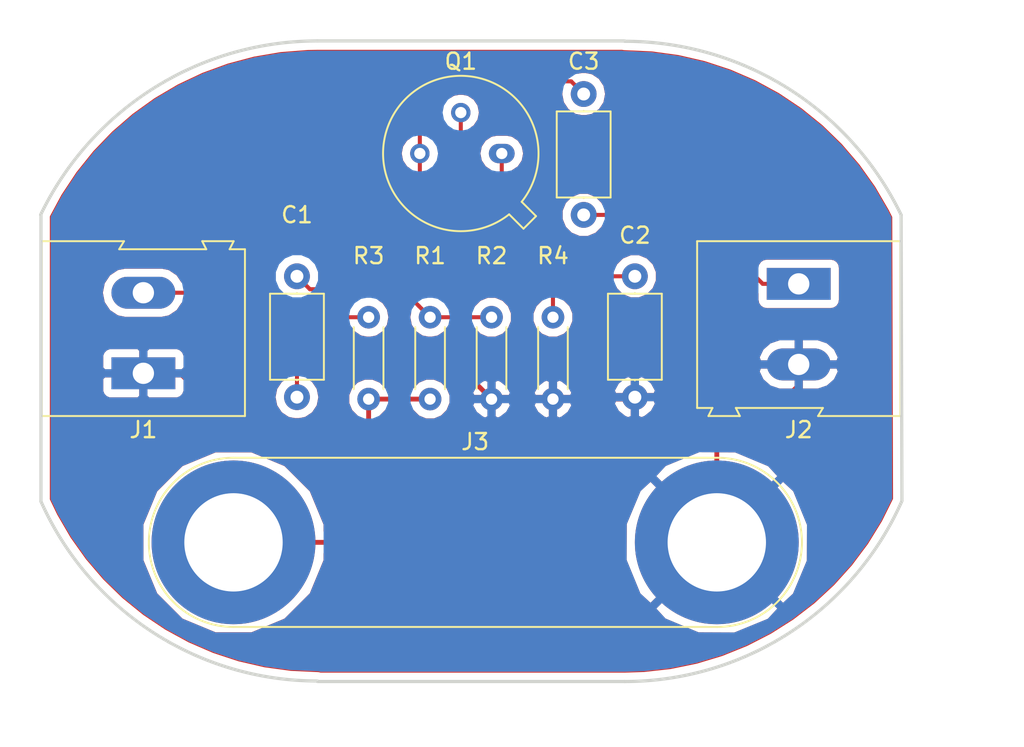
<source format=kicad_pcb>
(kicad_pcb (version 20171130) (host pcbnew "(5.0.2)-1")

  (general
    (thickness 1.6)
    (drawings 8)
    (tracks 57)
    (zones 0)
    (modules 11)
    (nets 8)
  )

  (page A4)
  (title_block
    (title Single_Transistor_AMP)
    (date 2019-05-27)
    (company "Venstpils Augstskola")
    (comment 1 "Darbs KiCad kursā")
    (comment 2 Mielavs)
    (comment 3 Sandijs)
  )

  (layers
    (0 F.Cu signal)
    (31 B.Cu signal)
    (32 B.Adhes user)
    (33 F.Adhes user)
    (34 B.Paste user)
    (35 F.Paste user)
    (36 B.SilkS user)
    (37 F.SilkS user)
    (38 B.Mask user)
    (39 F.Mask user)
    (40 Dwgs.User user)
    (41 Cmts.User user)
    (42 Eco1.User user)
    (43 Eco2.User user)
    (44 Edge.Cuts user)
    (45 Margin user)
    (46 B.CrtYd user)
    (47 F.CrtYd user)
    (48 B.Fab user)
    (49 F.Fab user)
  )

  (setup
    (last_trace_width 0.25)
    (trace_clearance 0.2)
    (zone_clearance 0.45)
    (zone_45_only no)
    (trace_min 0.2)
    (segment_width 0.2)
    (edge_width 0.2)
    (via_size 0.8)
    (via_drill 0.4)
    (via_min_size 0.4)
    (via_min_drill 0.3)
    (uvia_size 0.3)
    (uvia_drill 0.1)
    (uvias_allowed no)
    (uvia_min_size 0.2)
    (uvia_min_drill 0.1)
    (pcb_text_width 0.3)
    (pcb_text_size 1.5 1.5)
    (mod_edge_width 0.15)
    (mod_text_size 1 1)
    (mod_text_width 0.15)
    (pad_size 1.524 1.524)
    (pad_drill 0.762)
    (pad_to_mask_clearance 0.051)
    (solder_mask_min_width 0.25)
    (aux_axis_origin 199.39 106.68)
    (grid_origin 144.78 107.95)
    (visible_elements 7FFFFFFF)
    (pcbplotparams
      (layerselection 0x010fc_ffffffff)
      (usegerberextensions false)
      (usegerberattributes false)
      (usegerberadvancedattributes false)
      (creategerberjobfile false)
      (excludeedgelayer true)
      (linewidth 0.100000)
      (plotframeref false)
      (viasonmask false)
      (mode 1)
      (useauxorigin false)
      (hpglpennumber 1)
      (hpglpenspeed 20)
      (hpglpendiameter 15.000000)
      (psnegative false)
      (psa4output false)
      (plotreference true)
      (plotvalue true)
      (plotinvisibletext false)
      (padsonsilk false)
      (subtractmaskfromsilk false)
      (outputformat 1)
      (mirror false)
      (drillshape 1)
      (scaleselection 1)
      (outputdirectory "./"))
  )

  (net 0 "")
  (net 1 "Net-(C1-Pad1)")
  (net 2 "Net-(C1-Pad2)")
  (net 3 GND)
  (net 4 "Net-(C2-Pad1)")
  (net 5 "Net-(C3-Pad1)")
  (net 6 "Net-(C3-Pad2)")
  (net 7 +12V)

  (net_class Default "This is the default net class."
    (clearance 0.2)
    (trace_width 0.25)
    (via_dia 0.8)
    (via_drill 0.4)
    (uvia_dia 0.3)
    (uvia_drill 0.1)
    (add_net "Net-(C1-Pad1)")
    (add_net "Net-(C1-Pad2)")
    (add_net "Net-(C2-Pad1)")
    (add_net "Net-(C3-Pad1)")
    (add_net "Net-(C3-Pad2)")
  )

  (net_class Power ""
    (clearance 0.5)
    (trace_width 0.3)
    (via_dia 0.8)
    (via_drill 0.4)
    (uvia_dia 0.3)
    (uvia_drill 0.1)
    (add_net +12V)
    (add_net GND)
  )

  (module Capacitor_THT:C_Axial_L5.1mm_D3.1mm_P7.50mm_Horizontal (layer F.Cu) (tedit 5CEF8DC1) (tstamp 5CF39FAE)
    (at 135.89 93.98 270)
    (descr "C, Axial series, Axial, Horizontal, pin pitch=7.5mm, , length*diameter=5.1*3.1mm^2, http://www.vishay.com/docs/45231/arseries.pdf")
    (tags "C Axial series Axial Horizontal pin pitch 7.5mm  length 5.1mm diameter 3.1mm")
    (path /5CC7307D)
    (fp_text reference C1 (at -3.81 0) (layer F.SilkS)
      (effects (font (size 1 1) (thickness 0.15)))
    )
    (fp_text value 20uF (at -2.54 0) (layer F.Fab)
      (effects (font (size 1 1) (thickness 0.15)))
    )
    (fp_line (start 1.2 -1.55) (end 1.2 1.55) (layer F.Fab) (width 0.1))
    (fp_line (start 1.2 1.55) (end 6.3 1.55) (layer F.Fab) (width 0.1))
    (fp_line (start 6.3 1.55) (end 6.3 -1.55) (layer F.Fab) (width 0.1))
    (fp_line (start 6.3 -1.55) (end 1.2 -1.55) (layer F.Fab) (width 0.1))
    (fp_line (start 0 0) (end 1.2 0) (layer F.Fab) (width 0.1))
    (fp_line (start 7.5 0) (end 6.3 0) (layer F.Fab) (width 0.1))
    (fp_line (start 1.08 -1.67) (end 1.08 1.67) (layer F.SilkS) (width 0.12))
    (fp_line (start 1.08 1.67) (end 6.42 1.67) (layer F.SilkS) (width 0.12))
    (fp_line (start 6.42 1.67) (end 6.42 -1.67) (layer F.SilkS) (width 0.12))
    (fp_line (start 6.42 -1.67) (end 1.08 -1.67) (layer F.SilkS) (width 0.12))
    (fp_line (start 1.04 0) (end 1.08 0) (layer F.SilkS) (width 0.12))
    (fp_line (start 6.46 0) (end 6.42 0) (layer F.SilkS) (width 0.12))
    (fp_line (start -1.05 -1.8) (end -1.05 1.8) (layer F.CrtYd) (width 0.05))
    (fp_line (start -1.05 1.8) (end 8.55 1.8) (layer F.CrtYd) (width 0.05))
    (fp_line (start 8.55 1.8) (end 8.55 -1.8) (layer F.CrtYd) (width 0.05))
    (fp_line (start 8.55 -1.8) (end -1.05 -1.8) (layer F.CrtYd) (width 0.05))
    (fp_text user %R (at 3.75 0 270) (layer F.Fab)
      (effects (font (size 1 1) (thickness 0.15)))
    )
    (pad 1 thru_hole circle (at 0 0 270) (size 1.6 1.6) (drill 0.8) (layers *.Cu *.Mask)
      (net 1 "Net-(C1-Pad1)"))
    (pad 2 thru_hole oval (at 7.5 0 270) (size 1.6 1.6) (drill 0.8) (layers *.Cu *.Mask)
      (net 2 "Net-(C1-Pad2)"))
    (model ${KISYS3DMOD}/Capacitor_THT.3dshapes/C_Axial_L5.1mm_D3.1mm_P7.50mm_Horizontal.wrl
      (at (xyz 0 0 0))
      (scale (xyz 1 1 1))
      (rotate (xyz 0 0 0))
    )
  )

  (module Capacitor_THT:C_Axial_L5.1mm_D3.1mm_P7.50mm_Horizontal (layer F.Cu) (tedit 5AE50EF0) (tstamp 5CF39FC5)
    (at 156.845 93.98 270)
    (descr "C, Axial series, Axial, Horizontal, pin pitch=7.5mm, , length*diameter=5.1*3.1mm^2, http://www.vishay.com/docs/45231/arseries.pdf")
    (tags "C Axial series Axial Horizontal pin pitch 7.5mm  length 5.1mm diameter 3.1mm")
    (path /5CC730E3)
    (fp_text reference C2 (at -2.54 0) (layer F.SilkS)
      (effects (font (size 1 1) (thickness 0.15)))
    )
    (fp_text value 50uF (at 3.75 2.67 270) (layer F.Fab)
      (effects (font (size 1 1) (thickness 0.15)))
    )
    (fp_text user %R (at 3.75 0 270) (layer F.Fab)
      (effects (font (size 1 1) (thickness 0.15)))
    )
    (fp_line (start 8.55 -1.8) (end -1.05 -1.8) (layer F.CrtYd) (width 0.05))
    (fp_line (start 8.55 1.8) (end 8.55 -1.8) (layer F.CrtYd) (width 0.05))
    (fp_line (start -1.05 1.8) (end 8.55 1.8) (layer F.CrtYd) (width 0.05))
    (fp_line (start -1.05 -1.8) (end -1.05 1.8) (layer F.CrtYd) (width 0.05))
    (fp_line (start 6.46 0) (end 6.42 0) (layer F.SilkS) (width 0.12))
    (fp_line (start 1.04 0) (end 1.08 0) (layer F.SilkS) (width 0.12))
    (fp_line (start 6.42 -1.67) (end 1.08 -1.67) (layer F.SilkS) (width 0.12))
    (fp_line (start 6.42 1.67) (end 6.42 -1.67) (layer F.SilkS) (width 0.12))
    (fp_line (start 1.08 1.67) (end 6.42 1.67) (layer F.SilkS) (width 0.12))
    (fp_line (start 1.08 -1.67) (end 1.08 1.67) (layer F.SilkS) (width 0.12))
    (fp_line (start 7.5 0) (end 6.3 0) (layer F.Fab) (width 0.1))
    (fp_line (start 0 0) (end 1.2 0) (layer F.Fab) (width 0.1))
    (fp_line (start 6.3 -1.55) (end 1.2 -1.55) (layer F.Fab) (width 0.1))
    (fp_line (start 6.3 1.55) (end 6.3 -1.55) (layer F.Fab) (width 0.1))
    (fp_line (start 1.2 1.55) (end 6.3 1.55) (layer F.Fab) (width 0.1))
    (fp_line (start 1.2 -1.55) (end 1.2 1.55) (layer F.Fab) (width 0.1))
    (pad 2 thru_hole oval (at 7.5 0 270) (size 1.6 1.6) (drill 0.8) (layers *.Cu *.Mask)
      (net 3 GND))
    (pad 1 thru_hole circle (at 0 0 270) (size 1.6 1.6) (drill 0.8) (layers *.Cu *.Mask)
      (net 4 "Net-(C2-Pad1)"))
    (model ${KISYS3DMOD}/Capacitor_THT.3dshapes/C_Axial_L5.1mm_D3.1mm_P7.50mm_Horizontal.wrl
      (at (xyz 0 0 0))
      (scale (xyz 1 1 1))
      (rotate (xyz 0 0 0))
    )
  )

  (module Capacitor_THT:C_Axial_L5.1mm_D3.1mm_P7.50mm_Horizontal (layer F.Cu) (tedit 5AE50EF0) (tstamp 5CF39FDC)
    (at 153.67 90.17 90)
    (descr "C, Axial series, Axial, Horizontal, pin pitch=7.5mm, , length*diameter=5.1*3.1mm^2, http://www.vishay.com/docs/45231/arseries.pdf")
    (tags "C Axial series Axial Horizontal pin pitch 7.5mm  length 5.1mm diameter 3.1mm")
    (path /5CC7313D)
    (fp_text reference C3 (at 9.525 0 180) (layer F.SilkS)
      (effects (font (size 1 1) (thickness 0.15)))
    )
    (fp_text value 20uF (at 3.75 2.67 90) (layer F.Fab)
      (effects (font (size 1 1) (thickness 0.15)))
    )
    (fp_line (start 1.2 -1.55) (end 1.2 1.55) (layer F.Fab) (width 0.1))
    (fp_line (start 1.2 1.55) (end 6.3 1.55) (layer F.Fab) (width 0.1))
    (fp_line (start 6.3 1.55) (end 6.3 -1.55) (layer F.Fab) (width 0.1))
    (fp_line (start 6.3 -1.55) (end 1.2 -1.55) (layer F.Fab) (width 0.1))
    (fp_line (start 0 0) (end 1.2 0) (layer F.Fab) (width 0.1))
    (fp_line (start 7.5 0) (end 6.3 0) (layer F.Fab) (width 0.1))
    (fp_line (start 1.08 -1.67) (end 1.08 1.67) (layer F.SilkS) (width 0.12))
    (fp_line (start 1.08 1.67) (end 6.42 1.67) (layer F.SilkS) (width 0.12))
    (fp_line (start 6.42 1.67) (end 6.42 -1.67) (layer F.SilkS) (width 0.12))
    (fp_line (start 6.42 -1.67) (end 1.08 -1.67) (layer F.SilkS) (width 0.12))
    (fp_line (start 1.04 0) (end 1.08 0) (layer F.SilkS) (width 0.12))
    (fp_line (start 6.46 0) (end 6.42 0) (layer F.SilkS) (width 0.12))
    (fp_line (start -1.05 -1.8) (end -1.05 1.8) (layer F.CrtYd) (width 0.05))
    (fp_line (start -1.05 1.8) (end 8.55 1.8) (layer F.CrtYd) (width 0.05))
    (fp_line (start 8.55 1.8) (end 8.55 -1.8) (layer F.CrtYd) (width 0.05))
    (fp_line (start 8.55 -1.8) (end -1.05 -1.8) (layer F.CrtYd) (width 0.05))
    (fp_text user %R (at 3.81 0 90) (layer F.Fab)
      (effects (font (size 1 1) (thickness 0.15)))
    )
    (pad 1 thru_hole circle (at 0 0 90) (size 1.6 1.6) (drill 0.8) (layers *.Cu *.Mask)
      (net 5 "Net-(C3-Pad1)"))
    (pad 2 thru_hole oval (at 7.5 0 90) (size 1.6 1.6) (drill 0.8) (layers *.Cu *.Mask)
      (net 6 "Net-(C3-Pad2)"))
    (model ${KISYS3DMOD}/Capacitor_THT.3dshapes/C_Axial_L5.1mm_D3.1mm_P7.50mm_Horizontal.wrl
      (at (xyz 0 0 0))
      (scale (xyz 1 1 1))
      (rotate (xyz 0 0 0))
    )
  )

  (module TerminalBlock:TerminalBlock_Altech_AK300-2_P5.00mm (layer F.Cu) (tedit 59FF0306) (tstamp 5CF3A043)
    (at 126.365 100 90)
    (descr "Altech AK300 terminal block, pitch 5.0mm, 45 degree angled, see http://www.mouser.com/ds/2/16/PCBMETRC-24178.pdf")
    (tags "Altech AK300 terminal block pitch 5.0mm")
    (path /5CC73E91)
    (fp_text reference J1 (at -3.505 0 180) (layer F.SilkS)
      (effects (font (size 1 1) (thickness 0.15)))
    )
    (fp_text value Signal_In (at 9.195 0 180) (layer F.Fab)
      (effects (font (size 1 1) (thickness 0.15)))
    )
    (fp_arc (start -1.13 -4.65) (end -1.42 -4.13) (angle 104.2) (layer F.Fab) (width 0.1))
    (fp_arc (start -0.01 -3.71) (end -1.62 -5) (angle 100) (layer F.Fab) (width 0.1))
    (fp_arc (start 0.06 -6.07) (end 1.53 -4.12) (angle 75.5) (layer F.Fab) (width 0.1))
    (fp_arc (start 1.03 -4.59) (end 1.53 -5.05) (angle 90.5) (layer F.Fab) (width 0.1))
    (fp_arc (start 3.87 -4.65) (end 3.58 -4.13) (angle 104.2) (layer F.Fab) (width 0.1))
    (fp_arc (start 4.99 -3.71) (end 3.39 -5) (angle 100) (layer F.Fab) (width 0.1))
    (fp_arc (start 5.07 -6.07) (end 6.53 -4.12) (angle 75.5) (layer F.Fab) (width 0.1))
    (fp_arc (start 6.03 -4.59) (end 6.54 -5.05) (angle 90.5) (layer F.Fab) (width 0.1))
    (fp_line (start 8.36 6.47) (end -2.83 6.47) (layer F.CrtYd) (width 0.05))
    (fp_line (start 8.36 6.47) (end 8.36 -6.47) (layer F.CrtYd) (width 0.05))
    (fp_line (start -2.83 -6.47) (end -2.83 6.47) (layer F.CrtYd) (width 0.05))
    (fp_line (start -2.83 -6.47) (end 8.36 -6.47) (layer F.CrtYd) (width 0.05))
    (fp_line (start 3.36 -0.25) (end 6.67 -0.25) (layer F.Fab) (width 0.1))
    (fp_line (start 2.98 -0.25) (end 3.36 -0.25) (layer F.Fab) (width 0.1))
    (fp_line (start 7.05 -0.25) (end 6.67 -0.25) (layer F.Fab) (width 0.1))
    (fp_line (start 6.67 -0.64) (end 3.36 -0.64) (layer F.Fab) (width 0.1))
    (fp_line (start 7.61 -0.64) (end 6.67 -0.64) (layer F.Fab) (width 0.1))
    (fp_line (start 1.66 -0.64) (end 3.36 -0.64) (layer F.Fab) (width 0.1))
    (fp_line (start -1.64 -0.64) (end 1.66 -0.64) (layer F.Fab) (width 0.1))
    (fp_line (start -2.58 -0.64) (end -1.64 -0.64) (layer F.Fab) (width 0.1))
    (fp_line (start 1.66 -0.25) (end -1.64 -0.25) (layer F.Fab) (width 0.1))
    (fp_line (start 2.04 -0.25) (end 1.66 -0.25) (layer F.Fab) (width 0.1))
    (fp_line (start -2.02 -0.25) (end -1.64 -0.25) (layer F.Fab) (width 0.1))
    (fp_line (start -1.49 -4.32) (end 1.56 -4.95) (layer F.Fab) (width 0.1))
    (fp_line (start -1.62 -4.45) (end 1.44 -5.08) (layer F.Fab) (width 0.1))
    (fp_line (start 3.52 -4.32) (end 6.56 -4.95) (layer F.Fab) (width 0.1))
    (fp_line (start 3.39 -4.45) (end 6.44 -5.08) (layer F.Fab) (width 0.1))
    (fp_line (start 2.04 -5.97) (end -2.02 -5.97) (layer F.Fab) (width 0.1))
    (fp_line (start -2.02 -3.43) (end -2.02 -5.97) (layer F.Fab) (width 0.1))
    (fp_line (start 2.04 -3.43) (end -2.02 -3.43) (layer F.Fab) (width 0.1))
    (fp_line (start 2.04 -3.43) (end 2.04 -5.97) (layer F.Fab) (width 0.1))
    (fp_line (start 7.05 -3.43) (end 2.98 -3.43) (layer F.Fab) (width 0.1))
    (fp_line (start 7.05 -5.97) (end 7.05 -3.43) (layer F.Fab) (width 0.1))
    (fp_line (start 2.98 -5.97) (end 7.05 -5.97) (layer F.Fab) (width 0.1))
    (fp_line (start 2.98 -3.43) (end 2.98 -5.97) (layer F.Fab) (width 0.1))
    (fp_line (start 7.61 -3.17) (end 7.61 -1.65) (layer F.Fab) (width 0.1))
    (fp_line (start -2.58 -3.17) (end -2.58 -6.22) (layer F.Fab) (width 0.1))
    (fp_line (start -2.58 -3.17) (end 7.61 -3.17) (layer F.Fab) (width 0.1))
    (fp_line (start 7.61 -0.64) (end 7.61 4.06) (layer F.Fab) (width 0.1))
    (fp_line (start 7.61 -1.65) (end 7.61 -0.64) (layer F.Fab) (width 0.1))
    (fp_line (start -2.58 -0.64) (end -2.58 -3.17) (layer F.Fab) (width 0.1))
    (fp_line (start -2.58 6.22) (end -2.58 -0.64) (layer F.Fab) (width 0.1))
    (fp_line (start 6.67 0.51) (end 6.28 0.51) (layer F.Fab) (width 0.1))
    (fp_line (start 3.36 0.51) (end 3.74 0.51) (layer F.Fab) (width 0.1))
    (fp_line (start 1.66 0.51) (end 1.28 0.51) (layer F.Fab) (width 0.1))
    (fp_line (start -1.64 0.51) (end -1.26 0.51) (layer F.Fab) (width 0.1))
    (fp_line (start -1.64 3.68) (end -1.64 0.51) (layer F.Fab) (width 0.1))
    (fp_line (start 1.66 3.68) (end -1.64 3.68) (layer F.Fab) (width 0.1))
    (fp_line (start 1.66 3.68) (end 1.66 0.51) (layer F.Fab) (width 0.1))
    (fp_line (start 3.36 3.68) (end 3.36 0.51) (layer F.Fab) (width 0.1))
    (fp_line (start 6.67 3.68) (end 3.36 3.68) (layer F.Fab) (width 0.1))
    (fp_line (start 6.67 3.68) (end 6.67 0.51) (layer F.Fab) (width 0.1))
    (fp_line (start -2.02 4.32) (end -2.02 6.22) (layer F.Fab) (width 0.1))
    (fp_line (start 2.04 4.32) (end 2.04 -0.25) (layer F.Fab) (width 0.1))
    (fp_line (start 2.04 4.32) (end -2.02 4.32) (layer F.Fab) (width 0.1))
    (fp_line (start 7.05 4.32) (end 7.05 6.22) (layer F.Fab) (width 0.1))
    (fp_line (start 2.98 4.32) (end 2.98 -0.25) (layer F.Fab) (width 0.1))
    (fp_line (start 2.98 4.32) (end 7.05 4.32) (layer F.Fab) (width 0.1))
    (fp_line (start -2.02 6.22) (end 2.04 6.22) (layer F.Fab) (width 0.1))
    (fp_line (start -2.58 6.22) (end -2.02 6.22) (layer F.Fab) (width 0.1))
    (fp_line (start -2.02 -0.25) (end -2.02 4.32) (layer F.Fab) (width 0.1))
    (fp_line (start 2.04 6.22) (end 2.98 6.22) (layer F.Fab) (width 0.1))
    (fp_line (start 2.04 6.22) (end 2.04 4.32) (layer F.Fab) (width 0.1))
    (fp_line (start 7.05 6.22) (end 7.61 6.22) (layer F.Fab) (width 0.1))
    (fp_line (start 2.98 6.22) (end 7.05 6.22) (layer F.Fab) (width 0.1))
    (fp_line (start 7.05 -0.25) (end 7.05 4.32) (layer F.Fab) (width 0.1))
    (fp_line (start 2.98 6.22) (end 2.98 4.32) (layer F.Fab) (width 0.1))
    (fp_line (start 8.11 3.81) (end 8.11 5.46) (layer F.Fab) (width 0.1))
    (fp_line (start 7.61 4.06) (end 7.61 5.21) (layer F.Fab) (width 0.1))
    (fp_line (start 8.11 3.81) (end 7.61 4.06) (layer F.Fab) (width 0.1))
    (fp_line (start 7.61 5.21) (end 7.61 6.22) (layer F.Fab) (width 0.1))
    (fp_line (start 8.11 5.46) (end 7.61 5.21) (layer F.Fab) (width 0.1))
    (fp_line (start 8.11 -1.4) (end 7.61 -1.65) (layer F.Fab) (width 0.1))
    (fp_line (start 8.11 -6.22) (end 8.11 -1.4) (layer F.Fab) (width 0.1))
    (fp_line (start 7.61 -6.22) (end 8.11 -6.22) (layer F.Fab) (width 0.1))
    (fp_line (start 7.61 -6.22) (end -2.58 -6.22) (layer F.Fab) (width 0.1))
    (fp_line (start 7.61 -6.22) (end 7.61 -3.17) (layer F.Fab) (width 0.1))
    (fp_line (start 3.74 2.54) (end 3.74 -0.25) (layer F.Fab) (width 0.1))
    (fp_line (start 3.74 -0.25) (end 6.28 -0.25) (layer F.Fab) (width 0.1))
    (fp_line (start 6.28 2.54) (end 6.28 -0.25) (layer F.Fab) (width 0.1))
    (fp_line (start 3.74 2.54) (end 6.28 2.54) (layer F.Fab) (width 0.1))
    (fp_line (start -1.26 2.54) (end -1.26 -0.25) (layer F.Fab) (width 0.1))
    (fp_line (start -1.26 -0.25) (end 1.28 -0.25) (layer F.Fab) (width 0.1))
    (fp_line (start 1.28 2.54) (end 1.28 -0.25) (layer F.Fab) (width 0.1))
    (fp_line (start -1.26 2.54) (end 1.28 2.54) (layer F.Fab) (width 0.1))
    (fp_line (start 8.2 -6.3) (end -2.65 -6.3) (layer F.SilkS) (width 0.12))
    (fp_line (start 8.2 -1.2) (end 8.2 -6.3) (layer F.SilkS) (width 0.12))
    (fp_line (start 7.7 -1.5) (end 8.2 -1.2) (layer F.SilkS) (width 0.12))
    (fp_line (start 7.7 3.9) (end 7.7 -1.5) (layer F.SilkS) (width 0.12))
    (fp_line (start 8.2 3.65) (end 7.7 3.9) (layer F.SilkS) (width 0.12))
    (fp_line (start 8.2 3.7) (end 8.2 3.65) (layer F.SilkS) (width 0.12))
    (fp_line (start 8.2 5.6) (end 8.2 3.7) (layer F.SilkS) (width 0.12))
    (fp_line (start 7.7 5.35) (end 8.2 5.6) (layer F.SilkS) (width 0.12))
    (fp_line (start 7.7 6.3) (end 7.7 5.35) (layer F.SilkS) (width 0.12))
    (fp_line (start -2.65 6.3) (end 7.7 6.3) (layer F.SilkS) (width 0.12))
    (fp_line (start -2.65 -6.3) (end -2.65 6.3) (layer F.SilkS) (width 0.12))
    (fp_text user %R (at 2.5 -2 90) (layer F.Fab)
      (effects (font (size 1 1) (thickness 0.15)))
    )
    (pad 2 thru_hole oval (at 5 0 90) (size 1.98 3.96) (drill 1.32) (layers *.Cu *.Mask)
      (net 2 "Net-(C1-Pad2)"))
    (pad 1 thru_hole rect (at 0 0 90) (size 1.98 3.96) (drill 1.32) (layers *.Cu *.Mask)
      (net 3 GND))
    (model ${KISYS3DMOD}/TerminalBlock.3dshapes/TerminalBlock_Altech_AK300-2_P5.00mm.wrl
      (at (xyz 0 0 0))
      (scale (xyz 1 1 1))
      (rotate (xyz 0 0 0))
    )
  )

  (module TerminalBlock:TerminalBlock_Altech_AK300-2_P5.00mm (layer F.Cu) (tedit 59FF0306) (tstamp 5CF3A0AA)
    (at 167.005 94.45 270)
    (descr "Altech AK300 terminal block, pitch 5.0mm, 45 degree angled, see http://www.mouser.com/ds/2/16/PCBMETRC-24178.pdf")
    (tags "Altech AK300 terminal block pitch 5.0mm")
    (path /5CC73E33)
    (fp_text reference J2 (at 9.055 0) (layer F.SilkS)
      (effects (font (size 1 1) (thickness 0.15)))
    )
    (fp_text value Signal_Out (at -3.81 0) (layer F.Fab)
      (effects (font (size 1 1) (thickness 0.15)))
    )
    (fp_text user %R (at 2.5 -2.305001 270) (layer F.Fab)
      (effects (font (size 1 1) (thickness 0.15)))
    )
    (fp_line (start -2.65 -6.3) (end -2.65 6.3) (layer F.SilkS) (width 0.12))
    (fp_line (start -2.65 6.3) (end 7.7 6.3) (layer F.SilkS) (width 0.12))
    (fp_line (start 7.7 6.3) (end 7.7 5.35) (layer F.SilkS) (width 0.12))
    (fp_line (start 7.7 5.35) (end 8.2 5.6) (layer F.SilkS) (width 0.12))
    (fp_line (start 8.2 5.6) (end 8.2 3.7) (layer F.SilkS) (width 0.12))
    (fp_line (start 8.2 3.7) (end 8.2 3.65) (layer F.SilkS) (width 0.12))
    (fp_line (start 8.2 3.65) (end 7.7 3.9) (layer F.SilkS) (width 0.12))
    (fp_line (start 7.7 3.9) (end 7.7 -1.5) (layer F.SilkS) (width 0.12))
    (fp_line (start 7.7 -1.5) (end 8.2 -1.2) (layer F.SilkS) (width 0.12))
    (fp_line (start 8.2 -1.2) (end 8.2 -6.3) (layer F.SilkS) (width 0.12))
    (fp_line (start 8.2 -6.3) (end -2.65 -6.3) (layer F.SilkS) (width 0.12))
    (fp_line (start -1.26 2.54) (end 1.28 2.54) (layer F.Fab) (width 0.1))
    (fp_line (start 1.28 2.54) (end 1.28 -0.25) (layer F.Fab) (width 0.1))
    (fp_line (start -1.26 -0.25) (end 1.28 -0.25) (layer F.Fab) (width 0.1))
    (fp_line (start -1.26 2.54) (end -1.26 -0.25) (layer F.Fab) (width 0.1))
    (fp_line (start 3.74 2.54) (end 6.28 2.54) (layer F.Fab) (width 0.1))
    (fp_line (start 6.28 2.54) (end 6.28 -0.25) (layer F.Fab) (width 0.1))
    (fp_line (start 3.74 -0.25) (end 6.28 -0.25) (layer F.Fab) (width 0.1))
    (fp_line (start 3.74 2.54) (end 3.74 -0.25) (layer F.Fab) (width 0.1))
    (fp_line (start 7.61 -6.22) (end 7.61 -3.17) (layer F.Fab) (width 0.1))
    (fp_line (start 7.61 -6.22) (end -2.58 -6.22) (layer F.Fab) (width 0.1))
    (fp_line (start 7.61 -6.22) (end 8.11 -6.22) (layer F.Fab) (width 0.1))
    (fp_line (start 8.11 -6.22) (end 8.11 -1.4) (layer F.Fab) (width 0.1))
    (fp_line (start 8.11 -1.4) (end 7.61 -1.65) (layer F.Fab) (width 0.1))
    (fp_line (start 8.11 5.46) (end 7.61 5.21) (layer F.Fab) (width 0.1))
    (fp_line (start 7.61 5.21) (end 7.61 6.22) (layer F.Fab) (width 0.1))
    (fp_line (start 8.11 3.81) (end 7.61 4.06) (layer F.Fab) (width 0.1))
    (fp_line (start 7.61 4.06) (end 7.61 5.21) (layer F.Fab) (width 0.1))
    (fp_line (start 8.11 3.81) (end 8.11 5.46) (layer F.Fab) (width 0.1))
    (fp_line (start 2.98 6.22) (end 2.98 4.32) (layer F.Fab) (width 0.1))
    (fp_line (start 7.05 -0.25) (end 7.05 4.32) (layer F.Fab) (width 0.1))
    (fp_line (start 2.98 6.22) (end 7.05 6.22) (layer F.Fab) (width 0.1))
    (fp_line (start 7.05 6.22) (end 7.61 6.22) (layer F.Fab) (width 0.1))
    (fp_line (start 2.04 6.22) (end 2.04 4.32) (layer F.Fab) (width 0.1))
    (fp_line (start 2.04 6.22) (end 2.98 6.22) (layer F.Fab) (width 0.1))
    (fp_line (start -2.02 -0.25) (end -2.02 4.32) (layer F.Fab) (width 0.1))
    (fp_line (start -2.58 6.22) (end -2.02 6.22) (layer F.Fab) (width 0.1))
    (fp_line (start -2.02 6.22) (end 2.04 6.22) (layer F.Fab) (width 0.1))
    (fp_line (start 2.98 4.32) (end 7.05 4.32) (layer F.Fab) (width 0.1))
    (fp_line (start 2.98 4.32) (end 2.98 -0.25) (layer F.Fab) (width 0.1))
    (fp_line (start 7.05 4.32) (end 7.05 6.22) (layer F.Fab) (width 0.1))
    (fp_line (start 2.04 4.32) (end -2.02 4.32) (layer F.Fab) (width 0.1))
    (fp_line (start 2.04 4.32) (end 2.04 -0.25) (layer F.Fab) (width 0.1))
    (fp_line (start -2.02 4.32) (end -2.02 6.22) (layer F.Fab) (width 0.1))
    (fp_line (start 6.67 3.68) (end 6.67 0.51) (layer F.Fab) (width 0.1))
    (fp_line (start 6.67 3.68) (end 3.36 3.68) (layer F.Fab) (width 0.1))
    (fp_line (start 3.36 3.68) (end 3.36 0.51) (layer F.Fab) (width 0.1))
    (fp_line (start 1.66 3.68) (end 1.66 0.51) (layer F.Fab) (width 0.1))
    (fp_line (start 1.66 3.68) (end -1.64 3.68) (layer F.Fab) (width 0.1))
    (fp_line (start -1.64 3.68) (end -1.64 0.51) (layer F.Fab) (width 0.1))
    (fp_line (start -1.64 0.51) (end -1.26 0.51) (layer F.Fab) (width 0.1))
    (fp_line (start 1.66 0.51) (end 1.28 0.51) (layer F.Fab) (width 0.1))
    (fp_line (start 3.36 0.51) (end 3.74 0.51) (layer F.Fab) (width 0.1))
    (fp_line (start 6.67 0.51) (end 6.28 0.51) (layer F.Fab) (width 0.1))
    (fp_line (start -2.58 6.22) (end -2.58 -0.64) (layer F.Fab) (width 0.1))
    (fp_line (start -2.58 -0.64) (end -2.58 -3.17) (layer F.Fab) (width 0.1))
    (fp_line (start 7.61 -1.65) (end 7.61 -0.64) (layer F.Fab) (width 0.1))
    (fp_line (start 7.61 -0.64) (end 7.61 4.06) (layer F.Fab) (width 0.1))
    (fp_line (start -2.58 -3.17) (end 7.61 -3.17) (layer F.Fab) (width 0.1))
    (fp_line (start -2.58 -3.17) (end -2.58 -6.22) (layer F.Fab) (width 0.1))
    (fp_line (start 7.61 -3.17) (end 7.61 -1.65) (layer F.Fab) (width 0.1))
    (fp_line (start 2.98 -3.43) (end 2.98 -5.97) (layer F.Fab) (width 0.1))
    (fp_line (start 2.98 -5.97) (end 7.05 -5.97) (layer F.Fab) (width 0.1))
    (fp_line (start 7.05 -5.97) (end 7.05 -3.43) (layer F.Fab) (width 0.1))
    (fp_line (start 7.05 -3.43) (end 2.98 -3.43) (layer F.Fab) (width 0.1))
    (fp_line (start 2.04 -3.43) (end 2.04 -5.97) (layer F.Fab) (width 0.1))
    (fp_line (start 2.04 -3.43) (end -2.02 -3.43) (layer F.Fab) (width 0.1))
    (fp_line (start -2.02 -3.43) (end -2.02 -5.97) (layer F.Fab) (width 0.1))
    (fp_line (start 2.04 -5.97) (end -2.02 -5.97) (layer F.Fab) (width 0.1))
    (fp_line (start 3.39 -4.45) (end 6.44 -5.08) (layer F.Fab) (width 0.1))
    (fp_line (start 3.52 -4.32) (end 6.56 -4.95) (layer F.Fab) (width 0.1))
    (fp_line (start -1.62 -4.45) (end 1.44 -5.08) (layer F.Fab) (width 0.1))
    (fp_line (start -1.49 -4.32) (end 1.56 -4.95) (layer F.Fab) (width 0.1))
    (fp_line (start -2.02 -0.25) (end -1.64 -0.25) (layer F.Fab) (width 0.1))
    (fp_line (start 2.04 -0.25) (end 1.66 -0.25) (layer F.Fab) (width 0.1))
    (fp_line (start 1.66 -0.25) (end -1.64 -0.25) (layer F.Fab) (width 0.1))
    (fp_line (start -2.58 -0.64) (end -1.64 -0.64) (layer F.Fab) (width 0.1))
    (fp_line (start -1.64 -0.64) (end 1.66 -0.64) (layer F.Fab) (width 0.1))
    (fp_line (start 1.66 -0.64) (end 3.36 -0.64) (layer F.Fab) (width 0.1))
    (fp_line (start 7.61 -0.64) (end 6.67 -0.64) (layer F.Fab) (width 0.1))
    (fp_line (start 6.67 -0.64) (end 3.36 -0.64) (layer F.Fab) (width 0.1))
    (fp_line (start 7.05 -0.25) (end 6.67 -0.25) (layer F.Fab) (width 0.1))
    (fp_line (start 2.98 -0.25) (end 3.36 -0.25) (layer F.Fab) (width 0.1))
    (fp_line (start 3.36 -0.25) (end 6.67 -0.25) (layer F.Fab) (width 0.1))
    (fp_line (start -2.83 -6.47) (end 8.36 -6.47) (layer F.CrtYd) (width 0.05))
    (fp_line (start -2.83 -6.47) (end -2.83 6.47) (layer F.CrtYd) (width 0.05))
    (fp_line (start 8.36 6.47) (end 8.36 -6.47) (layer F.CrtYd) (width 0.05))
    (fp_line (start 8.36 6.47) (end -2.83 6.47) (layer F.CrtYd) (width 0.05))
    (fp_arc (start 6.03 -4.59) (end 6.54 -5.05) (angle 90.5) (layer F.Fab) (width 0.1))
    (fp_arc (start 5.07 -6.07) (end 6.53 -4.12) (angle 75.5) (layer F.Fab) (width 0.1))
    (fp_arc (start 4.99 -3.71) (end 3.39 -5) (angle 100) (layer F.Fab) (width 0.1))
    (fp_arc (start 3.87 -4.65) (end 3.58 -4.13) (angle 104.2) (layer F.Fab) (width 0.1))
    (fp_arc (start 1.03 -4.59) (end 1.53 -5.05) (angle 90.5) (layer F.Fab) (width 0.1))
    (fp_arc (start 0.06 -6.07) (end 1.53 -4.12) (angle 75.5) (layer F.Fab) (width 0.1))
    (fp_arc (start -0.01 -3.71) (end -1.62 -5) (angle 100) (layer F.Fab) (width 0.1))
    (fp_arc (start -1.13 -4.65) (end -1.42 -4.13) (angle 104.2) (layer F.Fab) (width 0.1))
    (pad 1 thru_hole rect (at 0 0 270) (size 1.98 3.96) (drill 1.32) (layers *.Cu *.Mask)
      (net 5 "Net-(C3-Pad1)"))
    (pad 2 thru_hole oval (at 5 0 270) (size 1.98 3.96) (drill 1.32) (layers *.Cu *.Mask)
      (net 3 GND))
    (model ${KISYS3DMOD}/TerminalBlock.3dshapes/TerminalBlock_Altech_AK300-2_P5.00mm.wrl
      (at (xyz 0 0 0))
      (scale (xyz 1 1 1))
      (rotate (xyz 0 0 0))
    )
  )

  (module Connector:Banana_Jack_2Pin (layer F.Cu) (tedit 5A1AB217) (tstamp 5CF3A0BD)
    (at 131.955 110.49)
    (descr "Dual banana socket, footprint - 2 x 6mm drills")
    (tags "banana socket")
    (path /5CEF8542)
    (fp_text reference J3 (at 14.985 -6.24) (layer F.SilkS)
      (effects (font (size 1 1) (thickness 0.15)))
    )
    (fp_text value Screw_Terminal_01x02 (at 14.985 6.29) (layer F.Fab)
      (effects (font (size 1 1) (thickness 0.15)))
    )
    (fp_text user %R (at 14.985 0) (layer F.Fab)
      (effects (font (size 1 1) (thickness 0.15)))
    )
    (fp_line (start 30 -5.5) (end 0 -5.5) (layer F.CrtYd) (width 0.05))
    (fp_line (start 0 5.5) (end 30 5.5) (layer F.CrtYd) (width 0.05))
    (fp_line (start 0 5.25) (end 30 5.25) (layer F.SilkS) (width 0.12))
    (fp_line (start 30 -5.25) (end 0 -5.25) (layer F.SilkS) (width 0.12))
    (fp_circle (center 30 0) (end 32 0) (layer F.Fab) (width 0.1))
    (fp_circle (center 0 0) (end 2 0) (layer F.Fab) (width 0.1))
    (fp_circle (center 0 0) (end 4.75 0) (layer F.Fab) (width 0.1))
    (fp_circle (center 30 0) (end 34.75 0) (layer F.Fab) (width 0.1))
    (fp_arc (start 0 0) (end 0 5.5) (angle 180) (layer F.CrtYd) (width 0.05))
    (fp_arc (start 30 0) (end 30 -5.5) (angle 180) (layer F.CrtYd) (width 0.05))
    (fp_arc (start 30 0) (end 30 -5.25) (angle 180) (layer F.SilkS) (width 0.12))
    (fp_arc (start 0 0) (end 0 5.25) (angle 180) (layer F.SilkS) (width 0.12))
    (pad 1 thru_hole circle (at 0 0) (size 10.16 10.16) (drill 6.1) (layers *.Cu *.Mask)
      (net 7 +12V))
    (pad 2 thru_hole circle (at 29.97 0) (size 10.16 10.16) (drill 6.1) (layers *.Cu *.Mask)
      (net 3 GND))
    (model ${KISYS3DMOD}/Connector.3dshapes/Banana_Jack_2Pin.wrl
      (offset (xyz 14.98599977493286 0 0))
      (scale (xyz 2 2 2))
      (rotate (xyz 0 0 0))
    )
  )

  (module Package_TO_SOT_THT:TO-39-3 (layer F.Cu) (tedit 5CEF92C3) (tstamp 5CF3A0D2)
    (at 148.59 86.36 180)
    (descr TO-39-3)
    (tags TO-39-3)
    (path /5CC7321C)
    (fp_text reference Q1 (at 2.54 5.715 180) (layer F.SilkS)
      (effects (font (size 1 1) (thickness 0.15)))
    )
    (fp_text value 2N2219 (at 8.255 0.635 270) (layer F.Fab)
      (effects (font (size 1 1) (thickness 0.15)))
    )
    (fp_text user %R (at 2.54 -0.635 180) (layer F.Fab)
      (effects (font (size 1 1) (thickness 0.15)))
    )
    (fp_line (start -0.465408 -3.61352) (end -1.27151 -4.419621) (layer F.Fab) (width 0.1))
    (fp_line (start -1.27151 -4.419621) (end -1.879621 -3.81151) (layer F.Fab) (width 0.1))
    (fp_line (start -1.879621 -3.81151) (end -1.07352 -3.005408) (layer F.Fab) (width 0.1))
    (fp_line (start -0.457084 -3.774902) (end -1.348039 -4.665856) (layer F.SilkS) (width 0.12))
    (fp_line (start -1.348039 -4.665856) (end -2.125856 -3.888039) (layer F.SilkS) (width 0.12))
    (fp_line (start -2.125856 -3.888039) (end -1.234902 -2.997084) (layer F.SilkS) (width 0.12))
    (fp_line (start -2.41 -4.95) (end -2.41 4.95) (layer F.CrtYd) (width 0.05))
    (fp_line (start -2.41 4.95) (end 7.49 4.95) (layer F.CrtYd) (width 0.05))
    (fp_line (start 7.49 4.95) (end 7.49 -4.95) (layer F.CrtYd) (width 0.05))
    (fp_line (start 7.49 -4.95) (end -2.41 -4.95) (layer F.CrtYd) (width 0.05))
    (fp_circle (center 2.54 0) (end 6.79 0) (layer F.Fab) (width 0.1))
    (fp_arc (start 2.54 0) (end -0.465408 -3.61352) (angle 349.5) (layer F.Fab) (width 0.1))
    (fp_arc (start 2.54 0) (end -0.457084 -3.774902) (angle 346.9) (layer F.SilkS) (width 0.12))
    (pad 1 thru_hole oval (at 0 0 180) (size 1.6 1.2) (drill 0.7) (layers *.Cu *.Mask)
      (net 4 "Net-(C2-Pad1)"))
    (pad 2 thru_hole oval (at 2.54 2.54 180) (size 1.2 1.2) (drill 0.7) (layers *.Cu *.Mask)
      (net 1 "Net-(C1-Pad1)"))
    (pad 3 thru_hole oval (at 5.08 0 180) (size 1.2 1.2) (drill 0.7) (layers *.Cu *.Mask)
      (net 6 "Net-(C3-Pad2)"))
    (model ${KISYS3DMOD}/Package_TO_SOT_THT.3dshapes/TO-39-3.wrl
      (at (xyz 0 0 0))
      (scale (xyz 1 1 1))
      (rotate (xyz 0 0 0))
    )
  )

  (module Resistor_THT:R_Axial_DIN0204_L3.6mm_D1.6mm_P5.08mm_Horizontal (layer F.Cu) (tedit 5AE5139B) (tstamp 5CF3A0E5)
    (at 144.145 101.6 90)
    (descr "Resistor, Axial_DIN0204 series, Axial, Horizontal, pin pitch=5.08mm, 0.167W, length*diameter=3.6*1.6mm^2, http://cdn-reichelt.de/documents/datenblatt/B400/1_4W%23YAG.pdf")
    (tags "Resistor Axial_DIN0204 series Axial Horizontal pin pitch 5.08mm 0.167W length 3.6mm diameter 1.6mm")
    (path /5CC72E06)
    (fp_text reference R1 (at 8.89 0 180) (layer F.SilkS)
      (effects (font (size 1 1) (thickness 0.15)))
    )
    (fp_text value 22k (at 7.62 0 180) (layer F.Fab)
      (effects (font (size 1 1) (thickness 0.15)))
    )
    (fp_line (start 0.74 -0.8) (end 0.74 0.8) (layer F.Fab) (width 0.1))
    (fp_line (start 0.74 0.8) (end 4.34 0.8) (layer F.Fab) (width 0.1))
    (fp_line (start 4.34 0.8) (end 4.34 -0.8) (layer F.Fab) (width 0.1))
    (fp_line (start 4.34 -0.8) (end 0.74 -0.8) (layer F.Fab) (width 0.1))
    (fp_line (start 0 0) (end 0.74 0) (layer F.Fab) (width 0.1))
    (fp_line (start 5.08 0) (end 4.34 0) (layer F.Fab) (width 0.1))
    (fp_line (start 0.62 -0.92) (end 4.46 -0.92) (layer F.SilkS) (width 0.12))
    (fp_line (start 0.62 0.92) (end 4.46 0.92) (layer F.SilkS) (width 0.12))
    (fp_line (start -0.95 -1.05) (end -0.95 1.05) (layer F.CrtYd) (width 0.05))
    (fp_line (start -0.95 1.05) (end 6.03 1.05) (layer F.CrtYd) (width 0.05))
    (fp_line (start 6.03 1.05) (end 6.03 -1.05) (layer F.CrtYd) (width 0.05))
    (fp_line (start 6.03 -1.05) (end -0.95 -1.05) (layer F.CrtYd) (width 0.05))
    (fp_text user %R (at 2.54 0 90) (layer F.Fab)
      (effects (font (size 0.72 0.72) (thickness 0.108)))
    )
    (pad 1 thru_hole circle (at 0 0 90) (size 1.4 1.4) (drill 0.7) (layers *.Cu *.Mask)
      (net 7 +12V))
    (pad 2 thru_hole oval (at 5.08 0 90) (size 1.4 1.4) (drill 0.7) (layers *.Cu *.Mask)
      (net 1 "Net-(C1-Pad1)"))
    (model ${KISYS3DMOD}/Resistor_THT.3dshapes/R_Axial_DIN0204_L3.6mm_D1.6mm_P5.08mm_Horizontal.wrl
      (at (xyz 0 0 0))
      (scale (xyz 1 1 1))
      (rotate (xyz 0 0 0))
    )
  )

  (module Resistor_THT:R_Axial_DIN0204_L3.6mm_D1.6mm_P5.08mm_Horizontal (layer F.Cu) (tedit 5AE5139B) (tstamp 5CF3A0F8)
    (at 147.955 96.52 270)
    (descr "Resistor, Axial_DIN0204 series, Axial, Horizontal, pin pitch=5.08mm, 0.167W, length*diameter=3.6*1.6mm^2, http://cdn-reichelt.de/documents/datenblatt/B400/1_4W%23YAG.pdf")
    (tags "Resistor Axial_DIN0204 series Axial Horizontal pin pitch 5.08mm 0.167W length 3.6mm diameter 1.6mm")
    (path /5CC72F74)
    (fp_text reference R2 (at -3.81 0) (layer F.SilkS)
      (effects (font (size 1 1) (thickness 0.15)))
    )
    (fp_text value 6.8k (at -2.54 0) (layer F.Fab)
      (effects (font (size 1 1) (thickness 0.15)))
    )
    (fp_line (start 0.74 -0.8) (end 0.74 0.8) (layer F.Fab) (width 0.1))
    (fp_line (start 0.74 0.8) (end 4.34 0.8) (layer F.Fab) (width 0.1))
    (fp_line (start 4.34 0.8) (end 4.34 -0.8) (layer F.Fab) (width 0.1))
    (fp_line (start 4.34 -0.8) (end 0.74 -0.8) (layer F.Fab) (width 0.1))
    (fp_line (start 0 0) (end 0.74 0) (layer F.Fab) (width 0.1))
    (fp_line (start 5.08 0) (end 4.34 0) (layer F.Fab) (width 0.1))
    (fp_line (start 0.62 -0.92) (end 4.46 -0.92) (layer F.SilkS) (width 0.12))
    (fp_line (start 0.62 0.92) (end 4.46 0.92) (layer F.SilkS) (width 0.12))
    (fp_line (start -0.95 -1.05) (end -0.95 1.05) (layer F.CrtYd) (width 0.05))
    (fp_line (start -0.95 1.05) (end 6.03 1.05) (layer F.CrtYd) (width 0.05))
    (fp_line (start 6.03 1.05) (end 6.03 -1.05) (layer F.CrtYd) (width 0.05))
    (fp_line (start 6.03 -1.05) (end -0.95 -1.05) (layer F.CrtYd) (width 0.05))
    (fp_text user %R (at 2.54 0 270) (layer F.Fab)
      (effects (font (size 0.72 0.72) (thickness 0.108)))
    )
    (pad 1 thru_hole circle (at 0 0 270) (size 1.4 1.4) (drill 0.7) (layers *.Cu *.Mask)
      (net 1 "Net-(C1-Pad1)"))
    (pad 2 thru_hole oval (at 5.08 0 270) (size 1.4 1.4) (drill 0.7) (layers *.Cu *.Mask)
      (net 3 GND))
    (model ${KISYS3DMOD}/Resistor_THT.3dshapes/R_Axial_DIN0204_L3.6mm_D1.6mm_P5.08mm_Horizontal.wrl
      (at (xyz 0 0 0))
      (scale (xyz 1 1 1))
      (rotate (xyz 0 0 0))
    )
  )

  (module Resistor_THT:R_Axial_DIN0204_L3.6mm_D1.6mm_P5.08mm_Horizontal (layer F.Cu) (tedit 5AE5139B) (tstamp 5CF3A10B)
    (at 140.335 101.6 90)
    (descr "Resistor, Axial_DIN0204 series, Axial, Horizontal, pin pitch=5.08mm, 0.167W, length*diameter=3.6*1.6mm^2, http://cdn-reichelt.de/documents/datenblatt/B400/1_4W%23YAG.pdf")
    (tags "Resistor Axial_DIN0204 series Axial Horizontal pin pitch 5.08mm 0.167W length 3.6mm diameter 1.6mm")
    (path /5CC72ED0)
    (fp_text reference R3 (at 8.89 0 180) (layer F.SilkS)
      (effects (font (size 1 1) (thickness 0.15)))
    )
    (fp_text value 4.7k (at 7.62 0 180) (layer F.Fab)
      (effects (font (size 1 1) (thickness 0.15)))
    )
    (fp_text user %R (at 2.54 0 90) (layer F.Fab)
      (effects (font (size 0.72 0.72) (thickness 0.108)))
    )
    (fp_line (start 6.03 -1.05) (end -0.95 -1.05) (layer F.CrtYd) (width 0.05))
    (fp_line (start 6.03 1.05) (end 6.03 -1.05) (layer F.CrtYd) (width 0.05))
    (fp_line (start -0.95 1.05) (end 6.03 1.05) (layer F.CrtYd) (width 0.05))
    (fp_line (start -0.95 -1.05) (end -0.95 1.05) (layer F.CrtYd) (width 0.05))
    (fp_line (start 0.62 0.92) (end 4.46 0.92) (layer F.SilkS) (width 0.12))
    (fp_line (start 0.62 -0.92) (end 4.46 -0.92) (layer F.SilkS) (width 0.12))
    (fp_line (start 5.08 0) (end 4.34 0) (layer F.Fab) (width 0.1))
    (fp_line (start 0 0) (end 0.74 0) (layer F.Fab) (width 0.1))
    (fp_line (start 4.34 -0.8) (end 0.74 -0.8) (layer F.Fab) (width 0.1))
    (fp_line (start 4.34 0.8) (end 4.34 -0.8) (layer F.Fab) (width 0.1))
    (fp_line (start 0.74 0.8) (end 4.34 0.8) (layer F.Fab) (width 0.1))
    (fp_line (start 0.74 -0.8) (end 0.74 0.8) (layer F.Fab) (width 0.1))
    (pad 2 thru_hole oval (at 5.08 0 90) (size 1.4 1.4) (drill 0.7) (layers *.Cu *.Mask)
      (net 6 "Net-(C3-Pad2)"))
    (pad 1 thru_hole circle (at 0 0 90) (size 1.4 1.4) (drill 0.7) (layers *.Cu *.Mask)
      (net 7 +12V))
    (model ${KISYS3DMOD}/Resistor_THT.3dshapes/R_Axial_DIN0204_L3.6mm_D1.6mm_P5.08mm_Horizontal.wrl
      (at (xyz 0 0 0))
      (scale (xyz 1 1 1))
      (rotate (xyz 0 0 0))
    )
  )

  (module Resistor_THT:R_Axial_DIN0204_L3.6mm_D1.6mm_P5.08mm_Horizontal (layer F.Cu) (tedit 5AE5139B) (tstamp 5CF3A11E)
    (at 151.765 96.52 270)
    (descr "Resistor, Axial_DIN0204 series, Axial, Horizontal, pin pitch=5.08mm, 0.167W, length*diameter=3.6*1.6mm^2, http://cdn-reichelt.de/documents/datenblatt/B400/1_4W%23YAG.pdf")
    (tags "Resistor Axial_DIN0204 series Axial Horizontal pin pitch 5.08mm 0.167W length 3.6mm diameter 1.6mm")
    (path /5CC72FE6)
    (fp_text reference R4 (at -3.81 0) (layer F.SilkS)
      (effects (font (size 1 1) (thickness 0.15)))
    )
    (fp_text value 1.8k (at -2.54 0) (layer F.Fab)
      (effects (font (size 1 1) (thickness 0.15)))
    )
    (fp_text user %R (at 2.54 0 270) (layer F.Fab)
      (effects (font (size 0.72 0.72) (thickness 0.108)))
    )
    (fp_line (start 6.03 -1.05) (end -0.95 -1.05) (layer F.CrtYd) (width 0.05))
    (fp_line (start 6.03 1.05) (end 6.03 -1.05) (layer F.CrtYd) (width 0.05))
    (fp_line (start -0.95 1.05) (end 6.03 1.05) (layer F.CrtYd) (width 0.05))
    (fp_line (start -0.95 -1.05) (end -0.95 1.05) (layer F.CrtYd) (width 0.05))
    (fp_line (start 0.62 0.92) (end 4.46 0.92) (layer F.SilkS) (width 0.12))
    (fp_line (start 0.62 -0.92) (end 4.46 -0.92) (layer F.SilkS) (width 0.12))
    (fp_line (start 5.08 0) (end 4.34 0) (layer F.Fab) (width 0.1))
    (fp_line (start 0 0) (end 0.74 0) (layer F.Fab) (width 0.1))
    (fp_line (start 4.34 -0.8) (end 0.74 -0.8) (layer F.Fab) (width 0.1))
    (fp_line (start 4.34 0.8) (end 4.34 -0.8) (layer F.Fab) (width 0.1))
    (fp_line (start 0.74 0.8) (end 4.34 0.8) (layer F.Fab) (width 0.1))
    (fp_line (start 0.74 -0.8) (end 0.74 0.8) (layer F.Fab) (width 0.1))
    (pad 2 thru_hole oval (at 5.08 0 270) (size 1.4 1.4) (drill 0.7) (layers *.Cu *.Mask)
      (net 3 GND))
    (pad 1 thru_hole circle (at 0 0 270) (size 1.4 1.4) (drill 0.7) (layers *.Cu *.Mask)
      (net 4 "Net-(C2-Pad1)"))
    (model ${KISYS3DMOD}/Resistor_THT.3dshapes/R_Axial_DIN0204_L3.6mm_D1.6mm_P5.08mm_Horizontal.wrl
      (at (xyz 0 0 0))
      (scale (xyz 1 1 1))
      (rotate (xyz 0 0 0))
    )
  )

  (gr_line (start 173.4058 107.9119) (end 173.355 90.17) (layer Edge.Cuts) (width 0.2))
  (gr_line (start 120.015 90.17) (end 120.015 107.95) (layer Edge.Cuts) (width 0.2))
  (gr_line (start 156.21 79.375) (end 137.16 79.375) (layer Edge.Cuts) (width 0.2))
  (gr_line (start 156.21 119.126) (end 137.16 119.126) (layer Edge.Cuts) (width 0.2))
  (gr_arc (start 156.21 100.33) (end 156.21 119.126) (angle -66.19405648) (layer Edge.Cuts) (width 0.2))
  (gr_arc (start 137.16 100.33) (end 120.015001 107.949999) (angle -66.03751103) (layer Edge.Cuts) (width 0.2))
  (gr_arc (start 137.16 98.425) (end 137.16 79.375) (angle -64.29004622) (layer Edge.Cuts) (width 0.2))
  (gr_arc (start 156.21 98.425) (end 173.354999 90.170001) (angle -64.29004622) (layer Edge.Cuts) (width 0.2))

  (segment (start 144.78 96.52) (end 143.790051 96.52) (width 0.25) (layer F.Cu) (net 1))
  (segment (start 146.05 96.52) (end 146.05 83.82) (width 0.25) (layer F.Cu) (net 1))
  (segment (start 146.05 96.52) (end 147.955 96.52) (width 0.25) (layer F.Cu) (net 1))
  (segment (start 144.145 96.52) (end 146.05 96.52) (width 0.25) (layer F.Cu) (net 1))
  (segment (start 143.445001 95.820001) (end 144.145 96.52) (width 0.25) (layer F.Cu) (net 1))
  (segment (start 142.404999 94.779999) (end 143.445001 95.820001) (width 0.25) (layer F.Cu) (net 1))
  (segment (start 136.689999 94.779999) (end 142.404999 94.779999) (width 0.25) (layer F.Cu) (net 1))
  (segment (start 135.89 93.98) (end 136.689999 94.779999) (width 0.25) (layer F.Cu) (net 1))
  (segment (start 126.365 95) (end 133.1 95) (width 0.25) (layer F.Cu) (net 2))
  (segment (start 135.89 97.79) (end 135.89 101.48) (width 0.25) (layer F.Cu) (net 2))
  (segment (start 133.1 95) (end 135.89 97.79) (width 0.25) (layer F.Cu) (net 2))
  (segment (start 158.115 110.49) (end 163.32 110.49) (width 0.3) (layer F.Cu) (net 3))
  (segment (start 157.48 109.855) (end 158.115 110.49) (width 0.3) (layer F.Cu) (net 3))
  (segment (start 167.64 99.45) (end 166.65 99.45) (width 0.3) (layer F.Cu) (net 3))
  (segment (start 157.36 101.6) (end 157.48 101.48) (width 0.3) (layer F.Cu) (net 3))
  (segment (start 147.955 101.6) (end 151.765 101.6) (width 0.3) (layer F.Cu) (net 3))
  (segment (start 156.725 101.6) (end 156.845 101.48) (width 0.3) (layer F.Cu) (net 3))
  (segment (start 151.765 101.6) (end 156.725 101.6) (width 0.3) (layer F.Cu) (net 3))
  (segment (start 167.005 100.74) (end 167.005 99.45) (width 0.3) (layer F.Cu) (net 3))
  (segment (start 166.265 101.48) (end 167.005 100.74) (width 0.3) (layer F.Cu) (net 3))
  (segment (start 161.925 101.48) (end 161.925 110.49) (width 0.3) (layer F.Cu) (net 3))
  (segment (start 161.925 101.48) (end 166.265 101.48) (width 0.3) (layer F.Cu) (net 3))
  (segment (start 156.845 101.48) (end 161.925 101.48) (width 0.3) (layer F.Cu) (net 3))
  (segment (start 131.575001 102.930001) (end 137.099999 102.930001) (width 0.3) (layer F.Cu) (net 3))
  (segment (start 126.365 100) (end 128.645 100) (width 0.3) (layer F.Cu) (net 3))
  (segment (start 128.645 100) (end 131.575001 102.930001) (width 0.3) (layer F.Cu) (net 3))
  (segment (start 137.099999 102.836999) (end 137.795 102.141998) (width 0.3) (layer F.Cu) (net 3))
  (segment (start 137.099999 102.930001) (end 137.099999 102.836999) (width 0.3) (layer F.Cu) (net 3))
  (segment (start 137.795 102.141998) (end 137.795 101.6) (width 0.3) (layer F.Cu) (net 3))
  (segment (start 137.795 101.6) (end 139.7 99.695) (width 0.3) (layer F.Cu) (net 3))
  (segment (start 146.05 99.695) (end 147.955 101.6) (width 0.3) (layer F.Cu) (net 3))
  (segment (start 139.7 99.695) (end 146.05 99.695) (width 0.3) (layer F.Cu) (net 3))
  (segment (start 151.765 93.98) (end 151.765 96.52) (width 0.25) (layer F.Cu) (net 4))
  (segment (start 156.845 93.98) (end 151.765 93.98) (width 0.25) (layer F.Cu) (net 4))
  (segment (start 151.765 93.98) (end 148.59 90.805) (width 0.25) (layer F.Cu) (net 4))
  (segment (start 148.59 90.805) (end 148.59 86.36) (width 0.25) (layer F.Cu) (net 4))
  (segment (start 167.64 94.45) (end 165.41 94.45) (width 0.25) (layer F.Cu) (net 5))
  (segment (start 154.80137 90.17) (end 153.67 90.17) (width 0.25) (layer F.Cu) (net 5))
  (segment (start 160.495 90.17) (end 154.80137 90.17) (width 0.25) (layer F.Cu) (net 5))
  (segment (start 164.775 94.45) (end 160.495 90.17) (width 0.25) (layer F.Cu) (net 5))
  (segment (start 167.005 94.45) (end 164.775 94.45) (width 0.25) (layer F.Cu) (net 5))
  (segment (start 143.51 83.82) (end 143.51 86.36) (width 0.25) (layer F.Cu) (net 6))
  (segment (start 143.51 86.36) (end 143.51 87.63) (width 0.25) (layer F.Cu) (net 6))
  (segment (start 143.51 87.63) (end 140.335 90.805) (width 0.25) (layer F.Cu) (net 6))
  (segment (start 140.335 90.805) (end 135.255 90.805) (width 0.25) (layer F.Cu) (net 6))
  (segment (start 135.255 90.805) (end 133.985 92.075) (width 0.25) (layer F.Cu) (net 6))
  (segment (start 133.985 92.075) (end 133.985 94.615) (width 0.25) (layer F.Cu) (net 6))
  (segment (start 135.89 96.52) (end 140.335 96.52) (width 0.25) (layer F.Cu) (net 6))
  (segment (start 133.985 94.615) (end 135.89 96.52) (width 0.25) (layer F.Cu) (net 6))
  (segment (start 153.67 82.67) (end 153.67 82.65922) (width 0.25) (layer F.Cu) (net 6))
  (segment (start 153.67 82.65922) (end 152.89276 81.88198) (width 0.25) (layer F.Cu) (net 6))
  (segment (start 145.44802 81.88198) (end 143.51 83.82) (width 0.25) (layer F.Cu) (net 6))
  (segment (start 152.89276 81.88198) (end 145.44802 81.88198) (width 0.25) (layer F.Cu) (net 6))
  (segment (start 140.335 101.6) (end 140.335 108.585) (width 0.3) (layer F.Cu) (net 7))
  (segment (start 140.335 108.585) (end 138.43 110.49) (width 0.3) (layer F.Cu) (net 7))
  (segment (start 138.43 110.49) (end 131.955 110.49) (width 0.3) (layer F.Cu) (net 7))
  (segment (start 144.145 101.6) (end 140.335 101.6) (width 0.3) (layer F.Cu) (net 7))

  (zone (net 3) (net_name GND) (layer F.Cu) (tstamp 5CFC1374) (hatch edge 0.508)
    (connect_pads (clearance 0.45))
    (min_thickness 0.1)
    (fill yes (arc_segments 16) (thermal_gap 0.508) (thermal_bridge_width 0.508) (smoothing chamfer))
    (polygon
      (pts
        (xy 117.475 77.47) (xy 118.11 122.555) (xy 178.435 123.19) (xy 176.53 77.47)
      )
    )
    (filled_polygon
      (pts
        (xy 156.095514 79.985156) (xy 156.149366 79.993108) (xy 156.182782 79.995562) (xy 157.880187 80.072641) (xy 159.536649 80.299548)
        (xy 161.165709 80.675646) (xy 162.753974 81.19784) (xy 164.288394 81.861843) (xy 165.756302 82.662172) (xy 167.145639 83.592252)
        (xy 168.444958 84.644419) (xy 169.64358 85.810026) (xy 170.731621 87.079467) (xy 171.700133 88.442295) (xy 172.545505 89.89479)
        (xy 172.755408 90.312952) (xy 172.805417 107.778836) (xy 172.123125 109.152947) (xy 171.257985 110.558884) (xy 170.268982 111.880624)
        (xy 169.164259 113.107289) (xy 167.952913 114.228774) (xy 166.644895 115.235867) (xy 165.250993 116.120262) (xy 163.782679 116.87468)
        (xy 162.252018 117.492923) (xy 160.671631 117.969891) (xy 159.05452 118.301661) (xy 157.410326 118.485914) (xy 156.200071 118.526)
        (xy 137.357073 118.526) (xy 137.327393 118.515896) (xy 137.274484 118.503097) (xy 137.220632 118.495145) (xy 137.187216 118.492691)
        (xy 135.513986 118.41671) (xy 133.881507 118.193088) (xy 132.276022 117.822432) (xy 130.710745 117.307796) (xy 129.19854 116.653406)
        (xy 127.751875 115.864658) (xy 126.382643 114.948038) (xy 125.102129 113.911097) (xy 123.920869 112.762371) (xy 122.848578 111.511307)
        (xy 121.894085 110.168205) (xy 121.429591 109.370123) (xy 126.325 109.370123) (xy 126.325 111.609877) (xy 127.182117 113.679139)
        (xy 128.765861 115.262883) (xy 130.835123 116.12) (xy 133.074877 116.12) (xy 135.144139 115.262883) (xy 135.809266 114.597756)
        (xy 158.105744 114.597756) (xy 158.71331 115.257576) (xy 160.782258 116.123727) (xy 163.025178 116.132194) (xy 165.100606 115.281687)
        (xy 165.13669 115.257576) (xy 165.744256 114.597756) (xy 161.925 110.7785) (xy 158.105744 114.597756) (xy 135.809266 114.597756)
        (xy 136.727883 113.679139) (xy 137.585 111.609877) (xy 137.585 111.590178) (xy 156.282806 111.590178) (xy 157.133313 113.665606)
        (xy 157.157424 113.70169) (xy 157.817244 114.309256) (xy 161.6365 110.49) (xy 162.2135 110.49) (xy 166.032756 114.309256)
        (xy 166.692576 113.70169) (xy 167.558727 111.632742) (xy 167.567194 109.389822) (xy 166.716687 107.314394) (xy 166.692576 107.27831)
        (xy 166.032756 106.670744) (xy 162.2135 110.49) (xy 161.6365 110.49) (xy 157.817244 106.670744) (xy 157.157424 107.27831)
        (xy 156.291273 109.347258) (xy 156.282806 111.590178) (xy 137.585 111.590178) (xy 137.585 111.19) (xy 138.361065 111.19)
        (xy 138.43 111.203712) (xy 138.498935 111.19) (xy 138.49894 111.19) (xy 138.703126 111.149385) (xy 138.934671 110.994671)
        (xy 138.973724 110.936224) (xy 140.781226 109.128723) (xy 140.839671 109.089671) (xy 140.994385 108.858126) (xy 141.035 108.65394)
        (xy 141.035 108.653935) (xy 141.048712 108.585) (xy 141.035 108.516065) (xy 141.035 106.382244) (xy 158.105744 106.382244)
        (xy 161.925 110.2015) (xy 165.744256 106.382244) (xy 165.13669 105.722424) (xy 163.067742 104.856273) (xy 160.824822 104.847806)
        (xy 158.749394 105.698313) (xy 158.71331 105.722424) (xy 158.105744 106.382244) (xy 141.035 106.382244) (xy 141.035 102.663041)
        (xy 141.043068 102.659699) (xy 141.394699 102.308068) (xy 141.398041 102.3) (xy 143.081959 102.3) (xy 143.085301 102.308068)
        (xy 143.436932 102.659699) (xy 143.89636 102.85) (xy 144.39364 102.85) (xy 144.853068 102.659699) (xy 145.204699 102.308068)
        (xy 145.334093 101.995681) (xy 146.760828 101.995681) (xy 147.003149 102.422551) (xy 147.390381 102.724196) (xy 147.559322 102.794153)
        (xy 147.751 102.699739) (xy 147.751 101.804) (xy 148.159 101.804) (xy 148.159 102.699739) (xy 148.350678 102.794153)
        (xy 148.519619 102.724196) (xy 148.906851 102.422551) (xy 149.149172 101.995681) (xy 150.570828 101.995681) (xy 150.813149 102.422551)
        (xy 151.200381 102.724196) (xy 151.369322 102.794153) (xy 151.561 102.699739) (xy 151.561 101.804) (xy 151.969 101.804)
        (xy 151.969 102.699739) (xy 152.160678 102.794153) (xy 152.329619 102.724196) (xy 152.716851 102.422551) (xy 152.959172 101.995681)
        (xy 152.909013 101.891518) (xy 155.550835 101.891518) (xy 155.806829 102.355449) (xy 156.220875 102.6861) (xy 156.433484 102.774148)
        (xy 156.641 102.681302) (xy 156.641 101.684) (xy 157.049 101.684) (xy 157.049 102.681302) (xy 157.256516 102.774148)
        (xy 157.469125 102.6861) (xy 157.883171 102.355449) (xy 158.139165 101.891518) (xy 158.048107 101.684) (xy 157.049 101.684)
        (xy 156.641 101.684) (xy 155.641893 101.684) (xy 155.550835 101.891518) (xy 152.909013 101.891518) (xy 152.866868 101.804)
        (xy 151.969 101.804) (xy 151.561 101.804) (xy 150.663132 101.804) (xy 150.570828 101.995681) (xy 149.149172 101.995681)
        (xy 149.056868 101.804) (xy 148.159 101.804) (xy 147.751 101.804) (xy 146.853132 101.804) (xy 146.760828 101.995681)
        (xy 145.334093 101.995681) (xy 145.395 101.84864) (xy 145.395 101.35136) (xy 145.334094 101.204319) (xy 146.760828 101.204319)
        (xy 146.853132 101.396) (xy 147.751 101.396) (xy 147.751 100.500261) (xy 148.159 100.500261) (xy 148.159 101.396)
        (xy 149.056868 101.396) (xy 149.149172 101.204319) (xy 150.570828 101.204319) (xy 150.663132 101.396) (xy 151.561 101.396)
        (xy 151.561 100.500261) (xy 151.969 100.500261) (xy 151.969 101.396) (xy 152.866868 101.396) (xy 152.959172 101.204319)
        (xy 152.882062 101.068482) (xy 155.550835 101.068482) (xy 155.641893 101.276) (xy 156.641 101.276) (xy 156.641 100.278698)
        (xy 157.049 100.278698) (xy 157.049 101.276) (xy 158.048107 101.276) (xy 158.139165 101.068482) (xy 157.883171 100.604551)
        (xy 157.469125 100.2739) (xy 157.256516 100.185852) (xy 157.049 100.278698) (xy 156.641 100.278698) (xy 156.433484 100.185852)
        (xy 156.220875 100.2739) (xy 155.806829 100.604551) (xy 155.550835 101.068482) (xy 152.882062 101.068482) (xy 152.716851 100.777449)
        (xy 152.329619 100.475804) (xy 152.160678 100.405847) (xy 151.969 100.500261) (xy 151.561 100.500261) (xy 151.369322 100.405847)
        (xy 151.200381 100.475804) (xy 150.813149 100.777449) (xy 150.570828 101.204319) (xy 149.149172 101.204319) (xy 148.906851 100.777449)
        (xy 148.519619 100.475804) (xy 148.350678 100.405847) (xy 148.159 100.500261) (xy 147.751 100.500261) (xy 147.559322 100.405847)
        (xy 147.390381 100.475804) (xy 147.003149 100.777449) (xy 146.760828 101.204319) (xy 145.334094 101.204319) (xy 145.204699 100.891932)
        (xy 144.853068 100.540301) (xy 144.39364 100.35) (xy 143.89636 100.35) (xy 143.436932 100.540301) (xy 143.085301 100.891932)
        (xy 143.081959 100.9) (xy 141.398041 100.9) (xy 141.394699 100.891932) (xy 141.043068 100.540301) (xy 140.58364 100.35)
        (xy 140.08636 100.35) (xy 139.626932 100.540301) (xy 139.275301 100.891932) (xy 139.085 101.35136) (xy 139.085 101.84864)
        (xy 139.275301 102.308068) (xy 139.626932 102.659699) (xy 139.635 102.663041) (xy 139.635001 108.29505) (xy 138.140052 109.79)
        (xy 137.585 109.79) (xy 137.585 109.370123) (xy 136.727883 107.300861) (xy 135.144139 105.717117) (xy 133.074877 104.86)
        (xy 130.835123 104.86) (xy 128.765861 105.717117) (xy 127.182117 107.300861) (xy 126.325 109.370123) (xy 121.429591 109.370123)
        (xy 121.063193 108.74059) (xy 120.615 107.812681) (xy 120.615 100.3435) (xy 123.827 100.3435) (xy 123.827 101.100993)
        (xy 123.91195 101.306082) (xy 124.068918 101.463049) (xy 124.274007 101.548) (xy 126.0215 101.548) (xy 126.161 101.4085)
        (xy 126.161 100.204) (xy 126.569 100.204) (xy 126.569 101.4085) (xy 126.7085 101.548) (xy 128.455993 101.548)
        (xy 128.661082 101.463049) (xy 128.81805 101.306082) (xy 128.903 101.100993) (xy 128.903 100.3435) (xy 128.7635 100.204)
        (xy 126.569 100.204) (xy 126.161 100.204) (xy 123.9665 100.204) (xy 123.827 100.3435) (xy 120.615 100.3435)
        (xy 120.615 98.899007) (xy 123.827 98.899007) (xy 123.827 99.6565) (xy 123.9665 99.796) (xy 126.161 99.796)
        (xy 126.161 98.5915) (xy 126.569 98.5915) (xy 126.569 99.796) (xy 128.7635 99.796) (xy 128.903 99.6565)
        (xy 128.903 98.899007) (xy 128.81805 98.693918) (xy 128.661082 98.536951) (xy 128.455993 98.452) (xy 126.7085 98.452)
        (xy 126.569 98.5915) (xy 126.161 98.5915) (xy 126.0215 98.452) (xy 124.274007 98.452) (xy 124.068918 98.536951)
        (xy 123.91195 98.693918) (xy 123.827 98.899007) (xy 120.615 98.899007) (xy 120.615 95) (xy 123.80483 95)
        (xy 123.924352 95.600878) (xy 124.264722 96.110278) (xy 124.774122 96.450648) (xy 125.223325 96.54) (xy 127.506675 96.54)
        (xy 127.955878 96.450648) (xy 128.465278 96.110278) (xy 128.756121 95.675) (xy 132.820407 95.675) (xy 135.215 98.069594)
        (xy 135.215001 100.307389) (xy 134.916704 100.506704) (xy 134.618328 100.953256) (xy 134.513552 101.48) (xy 134.618328 102.006744)
        (xy 134.916704 102.453296) (xy 135.363256 102.751672) (xy 135.757037 102.83) (xy 136.022963 102.83) (xy 136.416744 102.751672)
        (xy 136.863296 102.453296) (xy 137.161672 102.006744) (xy 137.266448 101.48) (xy 137.161672 100.953256) (xy 136.863296 100.506704)
        (xy 136.565 100.307389) (xy 136.565 99.891537) (xy 164.531306 99.891537) (xy 164.776149 100.400352) (xy 165.234135 100.802098)
        (xy 165.811 100.998) (xy 166.801 100.998) (xy 166.801 99.654) (xy 167.209 99.654) (xy 167.209 100.998)
        (xy 168.199 100.998) (xy 168.775865 100.802098) (xy 169.233851 100.400352) (xy 169.478694 99.891537) (xy 169.388649 99.654)
        (xy 167.209 99.654) (xy 166.801 99.654) (xy 164.621351 99.654) (xy 164.531306 99.891537) (xy 136.565 99.891537)
        (xy 136.565 99.008463) (xy 164.531306 99.008463) (xy 164.621351 99.246) (xy 166.801 99.246) (xy 166.801 97.902)
        (xy 167.209 97.902) (xy 167.209 99.246) (xy 169.388649 99.246) (xy 169.478694 99.008463) (xy 169.233851 98.499648)
        (xy 168.775865 98.097902) (xy 168.199 97.902) (xy 167.209 97.902) (xy 166.801 97.902) (xy 165.811 97.902)
        (xy 165.234135 98.097902) (xy 164.776149 98.499648) (xy 164.531306 99.008463) (xy 136.565 99.008463) (xy 136.565 97.856481)
        (xy 136.578224 97.79) (xy 136.525836 97.526628) (xy 136.414306 97.359712) (xy 136.414305 97.359711) (xy 136.376647 97.303352)
        (xy 136.320288 97.265694) (xy 136.249594 97.195) (xy 139.28266 97.195) (xy 139.433801 97.421199) (xy 139.847275 97.697473)
        (xy 140.211891 97.77) (xy 140.458109 97.77) (xy 140.822725 97.697473) (xy 141.236199 97.421199) (xy 141.512473 97.007725)
        (xy 141.609488 96.52) (xy 141.512473 96.032275) (xy 141.236199 95.618801) (xy 140.991052 95.454999) (xy 142.125406 95.454999)
        (xy 142.923586 96.25318) (xy 142.870512 96.52) (xy 142.967527 97.007725) (xy 143.243801 97.421199) (xy 143.657275 97.697473)
        (xy 144.021891 97.77) (xy 144.268109 97.77) (xy 144.632725 97.697473) (xy 145.046199 97.421199) (xy 145.19734 97.195)
        (xy 145.983519 97.195) (xy 146.05 97.208224) (xy 146.116481 97.195) (xy 146.881604 97.195) (xy 146.895301 97.228068)
        (xy 147.246932 97.579699) (xy 147.70636 97.77) (xy 148.20364 97.77) (xy 148.663068 97.579699) (xy 149.014699 97.228068)
        (xy 149.205 96.76864) (xy 149.205 96.27136) (xy 149.014699 95.811932) (xy 148.663068 95.460301) (xy 148.20364 95.27)
        (xy 147.70636 95.27) (xy 147.246932 95.460301) (xy 146.895301 95.811932) (xy 146.881604 95.845) (xy 146.725 95.845)
        (xy 146.725 86.36) (xy 147.217471 86.36) (xy 147.306724 86.808707) (xy 147.560897 87.189103) (xy 147.915001 87.425708)
        (xy 147.915 90.738519) (xy 147.901776 90.805) (xy 147.915 90.87148) (xy 147.954164 91.068371) (xy 148.103352 91.291647)
        (xy 148.159714 91.329307) (xy 151.09 94.259594) (xy 151.090001 95.446604) (xy 151.056932 95.460301) (xy 150.705301 95.811932)
        (xy 150.515 96.27136) (xy 150.515 96.76864) (xy 150.705301 97.228068) (xy 151.056932 97.579699) (xy 151.51636 97.77)
        (xy 152.01364 97.77) (xy 152.473068 97.579699) (xy 152.824699 97.228068) (xy 153.015 96.76864) (xy 153.015 96.27136)
        (xy 152.824699 95.811932) (xy 152.473068 95.460301) (xy 152.44 95.446604) (xy 152.44 94.655) (xy 155.663364 94.655)
        (xy 155.700525 94.744714) (xy 156.080286 95.124475) (xy 156.576468 95.33) (xy 157.113532 95.33) (xy 157.609714 95.124475)
        (xy 157.989475 94.744714) (xy 158.195 94.248532) (xy 158.195 93.711468) (xy 157.989475 93.215286) (xy 157.609714 92.835525)
        (xy 157.113532 92.63) (xy 156.576468 92.63) (xy 156.080286 92.835525) (xy 155.700525 93.215286) (xy 155.663364 93.305)
        (xy 152.044594 93.305) (xy 149.265 90.525407) (xy 149.265 89.901468) (xy 152.32 89.901468) (xy 152.32 90.438532)
        (xy 152.525525 90.934714) (xy 152.905286 91.314475) (xy 153.401468 91.52) (xy 153.938532 91.52) (xy 154.434714 91.314475)
        (xy 154.814475 90.934714) (xy 154.851636 90.845) (xy 160.215407 90.845) (xy 164.250692 94.880286) (xy 164.288352 94.936648)
        (xy 164.448073 95.04337) (xy 164.464225 95.054162) (xy 164.464225 95.44) (xy 164.506911 95.654599) (xy 164.628472 95.836528)
        (xy 164.810401 95.958089) (xy 165.025 96.000775) (xy 168.985 96.000775) (xy 169.199599 95.958089) (xy 169.381528 95.836528)
        (xy 169.503089 95.654599) (xy 169.545775 95.44) (xy 169.545775 93.46) (xy 169.503089 93.245401) (xy 169.381528 93.063472)
        (xy 169.199599 92.941911) (xy 168.985 92.899225) (xy 165.025 92.899225) (xy 164.810401 92.941911) (xy 164.628472 93.063472)
        (xy 164.514154 93.234561) (xy 161.019309 89.739716) (xy 160.981648 89.683352) (xy 160.758372 89.534164) (xy 160.561481 89.495)
        (xy 160.495 89.481776) (xy 160.428519 89.495) (xy 154.851636 89.495) (xy 154.814475 89.405286) (xy 154.434714 89.025525)
        (xy 153.938532 88.82) (xy 153.401468 88.82) (xy 152.905286 89.025525) (xy 152.525525 89.405286) (xy 152.32 89.901468)
        (xy 149.265 89.901468) (xy 149.265 87.425708) (xy 149.619103 87.189103) (xy 149.873276 86.808707) (xy 149.962529 86.36)
        (xy 149.873276 85.911293) (xy 149.619103 85.530897) (xy 149.238707 85.276724) (xy 148.903261 85.21) (xy 148.276739 85.21)
        (xy 147.941293 85.276724) (xy 147.560897 85.530897) (xy 147.306724 85.911293) (xy 147.217471 86.36) (xy 146.725 86.36)
        (xy 146.725 84.752072) (xy 146.879103 84.649103) (xy 147.133276 84.268707) (xy 147.222529 83.82) (xy 147.133276 83.371293)
        (xy 146.879103 82.990897) (xy 146.498707 82.736724) (xy 146.163261 82.67) (xy 145.936739 82.67) (xy 145.601293 82.736724)
        (xy 145.440294 82.8443) (xy 145.727615 82.55698) (xy 152.316033 82.55698) (xy 152.293552 82.67) (xy 152.398328 83.196744)
        (xy 152.696704 83.643296) (xy 153.143256 83.941672) (xy 153.537037 84.02) (xy 153.802963 84.02) (xy 154.196744 83.941672)
        (xy 154.643296 83.643296) (xy 154.941672 83.196744) (xy 155.046448 82.67) (xy 154.941672 82.143256) (xy 154.643296 81.696704)
        (xy 154.196744 81.398328) (xy 153.802963 81.32) (xy 153.537037 81.32) (xy 153.328689 81.361443) (xy 153.156132 81.246144)
        (xy 152.959241 81.20698) (xy 152.89276 81.193756) (xy 152.826279 81.20698) (xy 145.514499 81.20698) (xy 145.448019 81.193756)
        (xy 145.381539 81.20698) (xy 145.184648 81.246144) (xy 144.961372 81.395332) (xy 144.923714 81.451691) (xy 143.079714 83.295693)
        (xy 143.023352 83.333353) (xy 142.929878 83.473247) (xy 142.874164 83.556629) (xy 142.821776 83.82) (xy 142.835 83.886481)
        (xy 142.835001 85.427928) (xy 142.680897 85.530897) (xy 142.426724 85.911293) (xy 142.337471 86.36) (xy 142.426724 86.808707)
        (xy 142.680897 87.189103) (xy 142.835001 87.292072) (xy 142.835001 87.350405) (xy 140.055407 90.13) (xy 135.321479 90.13)
        (xy 135.254999 90.116776) (xy 135.188519 90.13) (xy 134.991628 90.169164) (xy 134.768352 90.318352) (xy 134.730694 90.374711)
        (xy 133.554714 91.550693) (xy 133.498352 91.588353) (xy 133.460694 91.644713) (xy 133.349164 91.811629) (xy 133.296776 92.075)
        (xy 133.31 92.141481) (xy 133.310001 94.353548) (xy 133.166481 94.325) (xy 133.1 94.311776) (xy 133.033519 94.325)
        (xy 128.756121 94.325) (xy 128.465278 93.889722) (xy 127.955878 93.549352) (xy 127.506675 93.46) (xy 125.223325 93.46)
        (xy 124.774122 93.549352) (xy 124.264722 93.889722) (xy 123.924352 94.399122) (xy 123.80483 95) (xy 120.615 95)
        (xy 120.615 90.27671) (xy 121.33088 88.947729) (xy 122.254975 87.552102) (xy 123.30176 86.245966) (xy 124.462611 85.040082)
        (xy 125.727975 83.944375) (xy 127.087445 82.967854) (xy 128.529811 82.118574) (xy 130.043234 81.403503) (xy 131.615222 80.828548)
        (xy 133.232845 80.398432) (xy 134.88281 80.116693) (xy 136.560175 79.984976) (xy 137.164924 79.975) (xy 156.053532 79.975)
      )
    )
  )
  (zone (net 3) (net_name GND) (layer B.Cu) (tstamp 5CFC1371) (hatch edge 0.508)
    (connect_pads (clearance 0.508))
    (min_thickness 0.1)
    (fill yes (arc_segments 16) (thermal_gap 0.508) (thermal_bridge_width 0.508) (smoothing chamfer))
    (polygon
      (pts
        (xy 117.475 78.105) (xy 119.38 121.92) (xy 180.975 121.92) (xy 179.07 76.835)
      )
    )
    (filled_polygon
      (pts
        (xy 156.084447 80.04209) (xy 156.143505 80.050811) (xy 156.180151 80.053503) (xy 157.874938 80.130463) (xy 159.526156 80.356652)
        (xy 161.150096 80.731568) (xy 162.733364 81.252119) (xy 164.262938 81.914025) (xy 165.726226 82.711835) (xy 167.111185 83.638984)
        (xy 168.406424 84.687848) (xy 169.601258 85.849773) (xy 170.685871 87.115213) (xy 171.651327 88.473742) (xy 172.494477 89.922419)
        (xy 172.697447 90.326771) (xy 172.747378 107.765306) (xy 172.072345 109.124798) (xy 171.20997 110.526243) (xy 170.224125 111.843764)
        (xy 169.122922 113.066519) (xy 167.915433 114.184432) (xy 166.611599 115.188304) (xy 165.222145 116.069876) (xy 163.758513 116.821888)
        (xy 162.232733 117.438159) (xy 160.657393 117.913605) (xy 159.045448 118.244315) (xy 157.406129 118.428021) (xy 156.199117 118.468)
        (xy 137.366488 118.468) (xy 137.343575 118.4602) (xy 137.285551 118.446162) (xy 137.226494 118.437442) (xy 137.189847 118.43475)
        (xy 135.519237 118.358888) (xy 133.891986 118.135983) (xy 132.291645 117.766514) (xy 130.731352 117.253516) (xy 129.223991 116.601222)
        (xy 127.78195 115.814995) (xy 126.417105 114.901311) (xy 125.140681 113.867684) (xy 123.963192 112.722625) (xy 122.894329 111.475562)
        (xy 121.942891 110.136758) (xy 121.495773 109.368532) (xy 126.317 109.368532) (xy 126.317 111.611468) (xy 127.175334 113.68367)
        (xy 128.76133 115.269666) (xy 130.833532 116.128) (xy 133.076468 116.128) (xy 135.14867 115.269666) (xy 135.82058 114.597756)
        (xy 158.105744 114.597756) (xy 158.71331 115.257576) (xy 160.782258 116.123727) (xy 163.025178 116.132194) (xy 165.100606 115.281687)
        (xy 165.13669 115.257576) (xy 165.744256 114.597756) (xy 161.925 110.7785) (xy 158.105744 114.597756) (xy 135.82058 114.597756)
        (xy 136.734666 113.68367) (xy 137.593 111.611468) (xy 137.593 111.590178) (xy 156.282806 111.590178) (xy 157.133313 113.665606)
        (xy 157.157424 113.70169) (xy 157.817244 114.309256) (xy 161.6365 110.49) (xy 162.2135 110.49) (xy 166.032756 114.309256)
        (xy 166.692576 113.70169) (xy 167.558727 111.632742) (xy 167.567194 109.389822) (xy 166.716687 107.314394) (xy 166.692576 107.27831)
        (xy 166.032756 106.670744) (xy 162.2135 110.49) (xy 161.6365 110.49) (xy 157.817244 106.670744) (xy 157.157424 107.27831)
        (xy 156.291273 109.347258) (xy 156.282806 111.590178) (xy 137.593 111.590178) (xy 137.593 109.368532) (xy 136.734666 107.29633)
        (xy 135.82058 106.382244) (xy 158.105744 106.382244) (xy 161.925 110.2015) (xy 165.744256 106.382244) (xy 165.13669 105.722424)
        (xy 163.067742 104.856273) (xy 160.824822 104.847806) (xy 158.749394 105.698313) (xy 158.71331 105.722424) (xy 158.105744 106.382244)
        (xy 135.82058 106.382244) (xy 135.14867 105.710334) (xy 133.076468 104.852) (xy 130.833532 104.852) (xy 128.76133 105.710334)
        (xy 127.175334 107.29633) (xy 126.317 109.368532) (xy 121.495773 109.368532) (xy 121.114442 108.71334) (xy 120.673 107.799408)
        (xy 120.673 100.3435) (xy 123.827 100.3435) (xy 123.827 101.100993) (xy 123.91195 101.306082) (xy 124.068918 101.463049)
        (xy 124.274007 101.548) (xy 126.0215 101.548) (xy 126.161 101.4085) (xy 126.161 100.204) (xy 126.569 100.204)
        (xy 126.569 101.4085) (xy 126.7085 101.548) (xy 128.455993 101.548) (xy 128.620158 101.48) (xy 134.505396 101.48)
        (xy 134.610793 102.009865) (xy 134.910937 102.459063) (xy 135.360135 102.759207) (xy 135.756253 102.838) (xy 136.023747 102.838)
        (xy 136.419865 102.759207) (xy 136.869063 102.459063) (xy 137.169207 102.009865) (xy 137.274604 101.48) (xy 137.2487 101.349768)
        (xy 139.077 101.349768) (xy 139.077 101.850232) (xy 139.268519 102.3126) (xy 139.6224 102.666481) (xy 140.084768 102.858)
        (xy 140.585232 102.858) (xy 141.0476 102.666481) (xy 141.401481 102.3126) (xy 141.593 101.850232) (xy 141.593 101.349768)
        (xy 142.887 101.349768) (xy 142.887 101.850232) (xy 143.078519 102.3126) (xy 143.4324 102.666481) (xy 143.894768 102.858)
        (xy 144.395232 102.858) (xy 144.8576 102.666481) (xy 145.211481 102.3126) (xy 145.342753 101.995681) (xy 146.760828 101.995681)
        (xy 147.003149 102.422551) (xy 147.390381 102.724196) (xy 147.559322 102.794153) (xy 147.751 102.699739) (xy 147.751 101.804)
        (xy 148.159 101.804) (xy 148.159 102.699739) (xy 148.350678 102.794153) (xy 148.519619 102.724196) (xy 148.906851 102.422551)
        (xy 149.149172 101.995681) (xy 150.570828 101.995681) (xy 150.813149 102.422551) (xy 151.200381 102.724196) (xy 151.369322 102.794153)
        (xy 151.561 102.699739) (xy 151.561 101.804) (xy 151.969 101.804) (xy 151.969 102.699739) (xy 152.160678 102.794153)
        (xy 152.329619 102.724196) (xy 152.716851 102.422551) (xy 152.959172 101.995681) (xy 152.909013 101.891518) (xy 155.550835 101.891518)
        (xy 155.806829 102.355449) (xy 156.220875 102.6861) (xy 156.433484 102.774148) (xy 156.641 102.681302) (xy 156.641 101.684)
        (xy 157.049 101.684) (xy 157.049 102.681302) (xy 157.256516 102.774148) (xy 157.469125 102.6861) (xy 157.883171 102.355449)
        (xy 158.139165 101.891518) (xy 158.048107 101.684) (xy 157.049 101.684) (xy 156.641 101.684) (xy 155.641893 101.684)
        (xy 155.550835 101.891518) (xy 152.909013 101.891518) (xy 152.866868 101.804) (xy 151.969 101.804) (xy 151.561 101.804)
        (xy 150.663132 101.804) (xy 150.570828 101.995681) (xy 149.149172 101.995681) (xy 149.056868 101.804) (xy 148.159 101.804)
        (xy 147.751 101.804) (xy 146.853132 101.804) (xy 146.760828 101.995681) (xy 145.342753 101.995681) (xy 145.403 101.850232)
        (xy 145.403 101.349768) (xy 145.342754 101.204319) (xy 146.760828 101.204319) (xy 146.853132 101.396) (xy 147.751 101.396)
        (xy 147.751 100.500261) (xy 148.159 100.500261) (xy 148.159 101.396) (xy 149.056868 101.396) (xy 149.149172 101.204319)
        (xy 150.570828 101.204319) (xy 150.663132 101.396) (xy 151.561 101.396) (xy 151.561 100.500261) (xy 151.969 100.500261)
        (xy 151.969 101.396) (xy 152.866868 101.396) (xy 152.959172 101.204319) (xy 152.882062 101.068482) (xy 155.550835 101.068482)
        (xy 155.641893 101.276) (xy 156.641 101.276) (xy 156.641 100.278698) (xy 157.049 100.278698) (xy 157.049 101.276)
        (xy 158.048107 101.276) (xy 158.139165 101.068482) (xy 157.883171 100.604551) (xy 157.469125 100.2739) (xy 157.256516 100.185852)
        (xy 157.049 100.278698) (xy 156.641 100.278698) (xy 156.433484 100.185852) (xy 156.220875 100.2739) (xy 155.806829 100.604551)
        (xy 155.550835 101.068482) (xy 152.882062 101.068482) (xy 152.716851 100.777449) (xy 152.329619 100.475804) (xy 152.160678 100.405847)
        (xy 151.969 100.500261) (xy 151.561 100.500261) (xy 151.369322 100.405847) (xy 151.200381 100.475804) (xy 150.813149 100.777449)
        (xy 150.570828 101.204319) (xy 149.149172 101.204319) (xy 148.906851 100.777449) (xy 148.519619 100.475804) (xy 148.350678 100.405847)
        (xy 148.159 100.500261) (xy 147.751 100.500261) (xy 147.559322 100.405847) (xy 147.390381 100.475804) (xy 147.003149 100.777449)
        (xy 146.760828 101.204319) (xy 145.342754 101.204319) (xy 145.211481 100.8874) (xy 144.8576 100.533519) (xy 144.395232 100.342)
        (xy 143.894768 100.342) (xy 143.4324 100.533519) (xy 143.078519 100.8874) (xy 142.887 101.349768) (xy 141.593 101.349768)
        (xy 141.401481 100.8874) (xy 141.0476 100.533519) (xy 140.585232 100.342) (xy 140.084768 100.342) (xy 139.6224 100.533519)
        (xy 139.268519 100.8874) (xy 139.077 101.349768) (xy 137.2487 101.349768) (xy 137.169207 100.950135) (xy 136.869063 100.500937)
        (xy 136.419865 100.200793) (xy 136.023747 100.122) (xy 135.756253 100.122) (xy 135.360135 100.200793) (xy 134.910937 100.500937)
        (xy 134.610793 100.950135) (xy 134.505396 101.48) (xy 128.620158 101.48) (xy 128.661082 101.463049) (xy 128.81805 101.306082)
        (xy 128.903 101.100993) (xy 128.903 100.3435) (xy 128.7635 100.204) (xy 126.569 100.204) (xy 126.161 100.204)
        (xy 123.9665 100.204) (xy 123.827 100.3435) (xy 120.673 100.3435) (xy 120.673 99.891537) (xy 164.531306 99.891537)
        (xy 164.776149 100.400352) (xy 165.234135 100.802098) (xy 165.811 100.998) (xy 166.801 100.998) (xy 166.801 99.654)
        (xy 167.209 99.654) (xy 167.209 100.998) (xy 168.199 100.998) (xy 168.775865 100.802098) (xy 169.233851 100.400352)
        (xy 169.478694 99.891537) (xy 169.388649 99.654) (xy 167.209 99.654) (xy 166.801 99.654) (xy 164.621351 99.654)
        (xy 164.531306 99.891537) (xy 120.673 99.891537) (xy 120.673 98.899007) (xy 123.827 98.899007) (xy 123.827 99.6565)
        (xy 123.9665 99.796) (xy 126.161 99.796) (xy 126.161 98.5915) (xy 126.569 98.5915) (xy 126.569 99.796)
        (xy 128.7635 99.796) (xy 128.903 99.6565) (xy 128.903 99.008463) (xy 164.531306 99.008463) (xy 164.621351 99.246)
        (xy 166.801 99.246) (xy 166.801 97.902) (xy 167.209 97.902) (xy 167.209 99.246) (xy 169.388649 99.246)
        (xy 169.478694 99.008463) (xy 169.233851 98.499648) (xy 168.775865 98.097902) (xy 168.199 97.902) (xy 167.209 97.902)
        (xy 166.801 97.902) (xy 165.811 97.902) (xy 165.234135 98.097902) (xy 164.776149 98.499648) (xy 164.531306 99.008463)
        (xy 128.903 99.008463) (xy 128.903 98.899007) (xy 128.81805 98.693918) (xy 128.661082 98.536951) (xy 128.455993 98.452)
        (xy 126.7085 98.452) (xy 126.569 98.5915) (xy 126.161 98.5915) (xy 126.0215 98.452) (xy 124.274007 98.452)
        (xy 124.068918 98.536951) (xy 123.91195 98.693918) (xy 123.827 98.899007) (xy 120.673 98.899007) (xy 120.673 95)
        (xy 123.796673 95) (xy 123.916816 95.604) (xy 124.258954 96.116046) (xy 124.771 96.458184) (xy 125.222536 96.548)
        (xy 127.507464 96.548) (xy 127.648229 96.52) (xy 139.052355 96.52) (xy 139.149991 97.010847) (xy 139.428033 97.426967)
        (xy 139.844153 97.705009) (xy 140.211102 97.778) (xy 140.458898 97.778) (xy 140.825847 97.705009) (xy 141.241967 97.426967)
        (xy 141.520009 97.010847) (xy 141.617645 96.52) (xy 142.862355 96.52) (xy 142.959991 97.010847) (xy 143.238033 97.426967)
        (xy 143.654153 97.705009) (xy 144.021102 97.778) (xy 144.268898 97.778) (xy 144.635847 97.705009) (xy 145.051967 97.426967)
        (xy 145.330009 97.010847) (xy 145.427645 96.52) (xy 145.377871 96.269768) (xy 146.697 96.269768) (xy 146.697 96.770232)
        (xy 146.888519 97.2326) (xy 147.2424 97.586481) (xy 147.704768 97.778) (xy 148.205232 97.778) (xy 148.6676 97.586481)
        (xy 149.021481 97.2326) (xy 149.213 96.770232) (xy 149.213 96.269768) (xy 150.507 96.269768) (xy 150.507 96.770232)
        (xy 150.698519 97.2326) (xy 151.0524 97.586481) (xy 151.514768 97.778) (xy 152.015232 97.778) (xy 152.4776 97.586481)
        (xy 152.831481 97.2326) (xy 153.023 96.770232) (xy 153.023 96.269768) (xy 152.831481 95.8074) (xy 152.4776 95.453519)
        (xy 152.015232 95.262) (xy 151.514768 95.262) (xy 151.0524 95.453519) (xy 150.698519 95.8074) (xy 150.507 96.269768)
        (xy 149.213 96.269768) (xy 149.021481 95.8074) (xy 148.6676 95.453519) (xy 148.205232 95.262) (xy 147.704768 95.262)
        (xy 147.2424 95.453519) (xy 146.888519 95.8074) (xy 146.697 96.269768) (xy 145.377871 96.269768) (xy 145.330009 96.029153)
        (xy 145.051967 95.613033) (xy 144.635847 95.334991) (xy 144.268898 95.262) (xy 144.021102 95.262) (xy 143.654153 95.334991)
        (xy 143.238033 95.613033) (xy 142.959991 96.029153) (xy 142.862355 96.52) (xy 141.617645 96.52) (xy 141.520009 96.029153)
        (xy 141.241967 95.613033) (xy 140.825847 95.334991) (xy 140.458898 95.262) (xy 140.211102 95.262) (xy 139.844153 95.334991)
        (xy 139.428033 95.613033) (xy 139.149991 96.029153) (xy 139.052355 96.52) (xy 127.648229 96.52) (xy 127.959 96.458184)
        (xy 128.471046 96.116046) (xy 128.813184 95.604) (xy 128.933327 95) (xy 128.813184 94.396) (xy 128.471046 93.883954)
        (xy 128.210522 93.709877) (xy 134.532 93.709877) (xy 134.532 94.250123) (xy 134.738743 94.749245) (xy 135.120755 95.131257)
        (xy 135.619877 95.338) (xy 136.160123 95.338) (xy 136.659245 95.131257) (xy 137.041257 94.749245) (xy 137.248 94.250123)
        (xy 137.248 93.709877) (xy 155.487 93.709877) (xy 155.487 94.250123) (xy 155.693743 94.749245) (xy 156.075755 95.131257)
        (xy 156.574877 95.338) (xy 157.115123 95.338) (xy 157.614245 95.131257) (xy 157.996257 94.749245) (xy 158.203 94.250123)
        (xy 158.203 93.709877) (xy 158.099498 93.46) (xy 164.456069 93.46) (xy 164.456069 95.44) (xy 164.499376 95.65772)
        (xy 164.622705 95.842295) (xy 164.80728 95.965624) (xy 165.025 96.008931) (xy 168.985 96.008931) (xy 169.20272 95.965624)
        (xy 169.387295 95.842295) (xy 169.510624 95.65772) (xy 169.553931 95.44) (xy 169.553931 93.46) (xy 169.510624 93.24228)
        (xy 169.387295 93.057705) (xy 169.20272 92.934376) (xy 168.985 92.891069) (xy 165.025 92.891069) (xy 164.80728 92.934376)
        (xy 164.622705 93.057705) (xy 164.499376 93.24228) (xy 164.456069 93.46) (xy 158.099498 93.46) (xy 157.996257 93.210755)
        (xy 157.614245 92.828743) (xy 157.115123 92.622) (xy 156.574877 92.622) (xy 156.075755 92.828743) (xy 155.693743 93.210755)
        (xy 155.487 93.709877) (xy 137.248 93.709877) (xy 137.041257 93.210755) (xy 136.659245 92.828743) (xy 136.160123 92.622)
        (xy 135.619877 92.622) (xy 135.120755 92.828743) (xy 134.738743 93.210755) (xy 134.532 93.709877) (xy 128.210522 93.709877)
        (xy 127.959 93.541816) (xy 127.507464 93.452) (xy 125.222536 93.452) (xy 124.771 93.541816) (xy 124.258954 93.883954)
        (xy 123.916816 94.396) (xy 123.796673 95) (xy 120.673 95) (xy 120.673 90.291338) (xy 120.883867 89.899877)
        (xy 152.312 89.899877) (xy 152.312 90.440123) (xy 152.518743 90.939245) (xy 152.900755 91.321257) (xy 153.399877 91.528)
        (xy 153.940123 91.528) (xy 154.439245 91.321257) (xy 154.821257 90.939245) (xy 155.028 90.440123) (xy 155.028 89.899877)
        (xy 154.821257 89.400755) (xy 154.439245 89.018743) (xy 153.940123 88.812) (xy 153.399877 88.812) (xy 152.900755 89.018743)
        (xy 152.518743 89.400755) (xy 152.312 89.899877) (xy 120.883867 89.899877) (xy 121.38069 88.97756) (xy 122.301881 87.586319)
        (xy 123.284697 86.36) (xy 142.329314 86.36) (xy 142.419188 86.811829) (xy 142.675129 87.194871) (xy 143.058171 87.450812)
        (xy 143.395949 87.518) (xy 143.624051 87.518) (xy 143.961829 87.450812) (xy 144.344871 87.194871) (xy 144.600812 86.811829)
        (xy 144.690686 86.36) (xy 147.209314 86.36) (xy 147.299188 86.811829) (xy 147.555129 87.194871) (xy 147.938171 87.450812)
        (xy 148.275949 87.518) (xy 148.904051 87.518) (xy 149.241829 87.450812) (xy 149.624871 87.194871) (xy 149.880812 86.811829)
        (xy 149.970686 86.36) (xy 149.880812 85.908171) (xy 149.624871 85.525129) (xy 149.241829 85.269188) (xy 148.904051 85.202)
        (xy 148.275949 85.202) (xy 147.938171 85.269188) (xy 147.555129 85.525129) (xy 147.299188 85.908171) (xy 147.209314 86.36)
        (xy 144.690686 86.36) (xy 144.600812 85.908171) (xy 144.344871 85.525129) (xy 143.961829 85.269188) (xy 143.624051 85.202)
        (xy 143.395949 85.202) (xy 143.058171 85.269188) (xy 142.675129 85.525129) (xy 142.419188 85.908171) (xy 142.329314 86.36)
        (xy 123.284697 86.36) (xy 123.345372 86.284293) (xy 124.502569 85.082205) (xy 125.763948 83.989948) (xy 126.000542 83.82)
        (xy 144.869314 83.82) (xy 144.959188 84.271829) (xy 145.215129 84.654871) (xy 145.598171 84.910812) (xy 145.935949 84.978)
        (xy 146.164051 84.978) (xy 146.501829 84.910812) (xy 146.884871 84.654871) (xy 147.140812 84.271829) (xy 147.230686 83.82)
        (xy 147.140812 83.368171) (xy 146.884871 82.985129) (xy 146.501829 82.729188) (xy 146.20427 82.67) (xy 152.285396 82.67)
        (xy 152.390793 83.199865) (xy 152.690937 83.649063) (xy 153.140135 83.949207) (xy 153.536253 84.028) (xy 153.803747 84.028)
        (xy 154.199865 83.949207) (xy 154.649063 83.649063) (xy 154.949207 83.199865) (xy 155.054604 82.67) (xy 154.949207 82.140135)
        (xy 154.649063 81.690937) (xy 154.199865 81.390793) (xy 153.803747 81.312) (xy 153.536253 81.312) (xy 153.140135 81.390793)
        (xy 152.690937 81.690937) (xy 152.390793 82.140135) (xy 152.285396 82.67) (xy 146.20427 82.67) (xy 146.164051 82.662)
        (xy 145.935949 82.662) (xy 145.598171 82.729188) (xy 145.215129 82.985129) (xy 144.959188 83.368171) (xy 144.869314 83.82)
        (xy 126.000542 83.82) (xy 127.119137 83.016502) (xy 128.556979 82.169885) (xy 130.065625 81.457072) (xy 131.632666 80.883925)
        (xy 133.245214 80.455159) (xy 134.889971 80.174309) (xy 136.562928 80.042938) (xy 137.165456 80.033) (xy 156.046872 80.033)
      )
    )
  )
)

</source>
